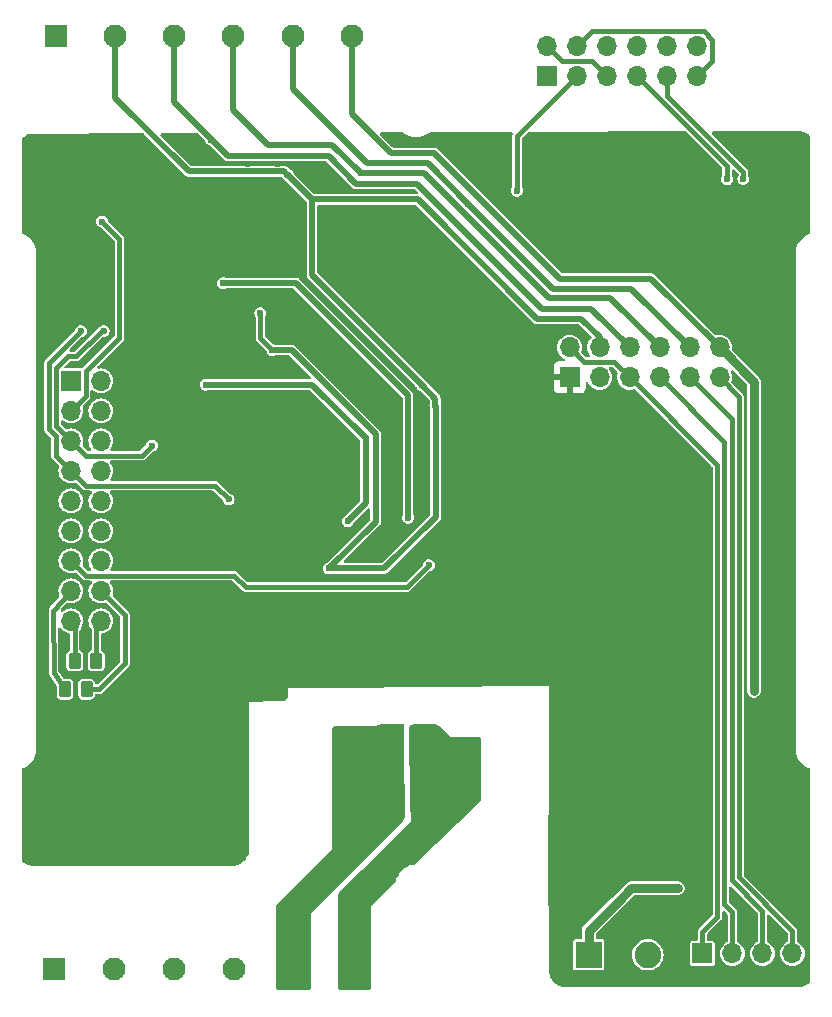
<source format=gbl>
G04 #@! TF.GenerationSoftware,KiCad,Pcbnew,8.0.8*
G04 #@! TF.CreationDate,2025-02-19T14:34:16-05:00*
G04 #@! TF.ProjectId,afe_230v_16a,6166655f-3233-4307-965f-3136612e6b69,rev?*
G04 #@! TF.SameCoordinates,Original*
G04 #@! TF.FileFunction,Copper,L2,Bot*
G04 #@! TF.FilePolarity,Positive*
%FSLAX46Y46*%
G04 Gerber Fmt 4.6, Leading zero omitted, Abs format (unit mm)*
G04 Created by KiCad (PCBNEW 8.0.8) date 2025-02-19 14:34:16*
%MOMM*%
%LPD*%
G01*
G04 APERTURE LIST*
G04 Aperture macros list*
%AMRoundRect*
0 Rectangle with rounded corners*
0 $1 Rounding radius*
0 $2 $3 $4 $5 $6 $7 $8 $9 X,Y pos of 4 corners*
0 Add a 4 corners polygon primitive as box body*
4,1,4,$2,$3,$4,$5,$6,$7,$8,$9,$2,$3,0*
0 Add four circle primitives for the rounded corners*
1,1,$1+$1,$2,$3*
1,1,$1+$1,$4,$5*
1,1,$1+$1,$6,$7*
1,1,$1+$1,$8,$9*
0 Add four rect primitives between the rounded corners*
20,1,$1+$1,$2,$3,$4,$5,0*
20,1,$1+$1,$4,$5,$6,$7,0*
20,1,$1+$1,$6,$7,$8,$9,0*
20,1,$1+$1,$8,$9,$2,$3,0*%
G04 Aperture macros list end*
G04 #@! TA.AperFunction,ComponentPad*
%ADD10R,1.950000X1.950000*%
G04 #@! TD*
G04 #@! TA.AperFunction,ComponentPad*
%ADD11C,1.950000*%
G04 #@! TD*
G04 #@! TA.AperFunction,ComponentPad*
%ADD12R,1.700000X1.700000*%
G04 #@! TD*
G04 #@! TA.AperFunction,ComponentPad*
%ADD13O,1.700000X1.700000*%
G04 #@! TD*
G04 #@! TA.AperFunction,ComponentPad*
%ADD14R,2.250000X2.250000*%
G04 #@! TD*
G04 #@! TA.AperFunction,ComponentPad*
%ADD15C,2.250000*%
G04 #@! TD*
G04 #@! TA.AperFunction,SMDPad,CuDef*
%ADD16RoundRect,0.250000X-0.262500X-0.450000X0.262500X-0.450000X0.262500X0.450000X-0.262500X0.450000X0*%
G04 #@! TD*
G04 #@! TA.AperFunction,ViaPad*
%ADD17C,0.600000*%
G04 #@! TD*
G04 #@! TA.AperFunction,Conductor*
%ADD18C,0.400000*%
G04 #@! TD*
G04 #@! TA.AperFunction,Conductor*
%ADD19C,0.750000*%
G04 #@! TD*
G04 #@! TA.AperFunction,Conductor*
%ADD20C,0.500000*%
G04 #@! TD*
G04 APERTURE END LIST*
D10*
X121340000Y-55265000D03*
D11*
X126340000Y-55265000D03*
X131340000Y-55265000D03*
X136340000Y-55265000D03*
X141340000Y-55265000D03*
X146340000Y-55265000D03*
D12*
X176040000Y-132970000D03*
D13*
X178580000Y-132970000D03*
X181120000Y-132970000D03*
X183660000Y-132970000D03*
D12*
X162920000Y-58675000D03*
D13*
X162920000Y-56135000D03*
X165460000Y-58675000D03*
X165460000Y-56135000D03*
X168000000Y-58675000D03*
X168000000Y-56135000D03*
X170540000Y-58675000D03*
X170540000Y-56135000D03*
X173080000Y-58675000D03*
X173080000Y-56135000D03*
X175620000Y-58675000D03*
X175620000Y-56135000D03*
D12*
X164800000Y-84190000D03*
D13*
X164800000Y-81650000D03*
X167340000Y-84190000D03*
X167340000Y-81650000D03*
X169880000Y-84190000D03*
X169880000Y-81650000D03*
X172420000Y-84190000D03*
X172420000Y-81650000D03*
X174960000Y-84190000D03*
X174960000Y-81650000D03*
X177500000Y-84190000D03*
X177500000Y-81650000D03*
D14*
X166420000Y-133080000D03*
D15*
X171420000Y-133080000D03*
D10*
X121145000Y-134290000D03*
D11*
X126225000Y-134290000D03*
X131305000Y-134290000D03*
X136385000Y-134290000D03*
X141465000Y-134290000D03*
X146545000Y-134290000D03*
D12*
X122580000Y-84490000D03*
D13*
X125120000Y-84490000D03*
X122580000Y-87030000D03*
X125120000Y-87030000D03*
X122580000Y-89570000D03*
X125120000Y-89570000D03*
X122580000Y-92110000D03*
X125120000Y-92110000D03*
X122580000Y-94650000D03*
X125120000Y-94650000D03*
X122580000Y-97190000D03*
X125120000Y-97190000D03*
X122580000Y-99730000D03*
X125120000Y-99730000D03*
X122580000Y-102270000D03*
X125120000Y-102270000D03*
X122580000Y-104810000D03*
X125120000Y-104810000D03*
D16*
X122075000Y-110590000D03*
X123900000Y-110590000D03*
X122895000Y-108180000D03*
X124720000Y-108180000D03*
D17*
X119990000Y-91632148D03*
X167970000Y-72584290D03*
X182850000Y-112357142D03*
X182850000Y-107292858D03*
X183180000Y-87367852D03*
X140092142Y-66100000D03*
X167970000Y-70052148D03*
X162630000Y-70072148D03*
X119560000Y-124084290D03*
X183980000Y-65177852D03*
X119560000Y-119020000D03*
X165460000Y-67540000D03*
X119540000Y-67850000D03*
X165460000Y-72604290D03*
X120140000Y-100200000D03*
X183640000Y-80487858D03*
X170510000Y-67520000D03*
X173080000Y-72570000D03*
X183290000Y-77232142D03*
X119990000Y-84035716D03*
X137560000Y-66100000D03*
X182850000Y-109825000D03*
X154750000Y-80052148D03*
X182850000Y-114889290D03*
X176070000Y-72572142D03*
X162390000Y-84712148D03*
X182850000Y-97164290D03*
X173080000Y-67505710D03*
X120140000Y-110328568D03*
X162390000Y-83710000D03*
X119990000Y-81503574D03*
X154750000Y-77520000D03*
X183980000Y-70242142D03*
X162630000Y-72604290D03*
X173080000Y-70037858D03*
X119990000Y-89100000D03*
X182850000Y-99696432D03*
X167970000Y-67520000D03*
X183170000Y-89892852D03*
X176070000Y-67507852D03*
X165460000Y-70072148D03*
X183940000Y-119045710D03*
X134460000Y-65650000D03*
X183640000Y-83020000D03*
X176070000Y-70040000D03*
X123760000Y-74440000D03*
X182850000Y-104760716D03*
X120140000Y-102732142D03*
X162630000Y-67540000D03*
X154750000Y-82584290D03*
X119560000Y-121552148D03*
X182850000Y-102228574D03*
X183940000Y-124110000D03*
X119990000Y-86567858D03*
X183980000Y-67710000D03*
X165340000Y-86520000D03*
X124957680Y-74440000D03*
X120140000Y-112860710D03*
X164337852Y-86520000D03*
X119540000Y-65317852D03*
X120140000Y-97667858D03*
X183290000Y-74700000D03*
X120140000Y-105264284D03*
X119540000Y-70382142D03*
X120140000Y-115392858D03*
X170510000Y-72584290D03*
X183170000Y-92425000D03*
X120140000Y-107796426D03*
X183940000Y-121577858D03*
X170510000Y-70052148D03*
X129450000Y-89962500D03*
X125350000Y-80270000D03*
X135940000Y-94525000D03*
X123425000Y-80280000D03*
X173960000Y-127440000D03*
X154540000Y-115160000D03*
X156270000Y-118660000D03*
X156270000Y-120230000D03*
X154540000Y-115945000D03*
X154540000Y-116730000D03*
X156270000Y-119445000D03*
X147380000Y-115220000D03*
X147380000Y-114435000D03*
X145470000Y-119465000D03*
X145470000Y-120250000D03*
X145470000Y-118680000D03*
X147380000Y-116005000D03*
X156205000Y-69485000D03*
X125220000Y-71000000D03*
X134450000Y-64060000D03*
X147105000Y-66895000D03*
X180400000Y-110740000D03*
X139626818Y-81887500D03*
X152320000Y-84870000D03*
X142987500Y-69125000D03*
X138610000Y-78750000D03*
X144400000Y-100370000D03*
X153440000Y-86575000D03*
X140940000Y-67020000D03*
X152875000Y-100100000D03*
X134001818Y-84812500D03*
X146000000Y-96370000D03*
X147520000Y-89350000D03*
X151130000Y-96070000D03*
X135462500Y-76212500D03*
X160340000Y-68390000D03*
X179500000Y-67400000D03*
X178140000Y-67410000D03*
D18*
X122580000Y-102270000D02*
X121090000Y-103950000D01*
X121090000Y-103950000D02*
X121110000Y-109200000D01*
X121110000Y-109200000D02*
X122075000Y-110590000D01*
X123830000Y-90820000D02*
X122580000Y-89570000D01*
X121330000Y-83380000D02*
X122290000Y-82420000D01*
X121330000Y-88320000D02*
X121330000Y-83380000D01*
X123020000Y-82420000D02*
X125170000Y-80270000D01*
X122290000Y-82420000D02*
X123020000Y-82420000D01*
X122580000Y-89570000D02*
X121330000Y-88320000D01*
X128592500Y-90820000D02*
X123830000Y-90820000D01*
X125170000Y-80270000D02*
X125350000Y-80270000D01*
X129450000Y-89962500D02*
X128592500Y-90820000D01*
X135940000Y-94525000D02*
X134775000Y-93360000D01*
X121330000Y-89168528D02*
X120730000Y-88568528D01*
X122580000Y-92110000D02*
X121330000Y-90860000D01*
X123830000Y-93360000D02*
X122580000Y-92110000D01*
X120730000Y-88568528D02*
X120730000Y-82975000D01*
X120730000Y-82975000D02*
X123425000Y-80280000D01*
X121330000Y-90860000D02*
X121330000Y-89168528D01*
X134775000Y-93360000D02*
X123830000Y-93360000D01*
D19*
X166420000Y-133080000D02*
X166420000Y-131040000D01*
X170020000Y-127440000D02*
X173960000Y-127440000D01*
X168870000Y-128590000D02*
X170020000Y-127440000D01*
X166420000Y-131040000D02*
X168870000Y-128590000D01*
D20*
X163410000Y-76690000D02*
X170000000Y-76690000D01*
X156205000Y-69485000D02*
X152770000Y-66050000D01*
X163410000Y-76690000D02*
X156205000Y-69485000D01*
X147620000Y-66050000D02*
X141340000Y-59770000D01*
X170000000Y-76690000D02*
X174960000Y-81650000D01*
X152770000Y-66050000D02*
X147620000Y-66050000D01*
X141340000Y-59770000D02*
X141340000Y-55265000D01*
D18*
X177310000Y-91620000D02*
X169880000Y-84190000D01*
X164800000Y-81650000D02*
X166050000Y-82900000D01*
X166710000Y-57385000D02*
X168000000Y-58675000D01*
X125220000Y-71010000D02*
X125220000Y-71000000D01*
X126670000Y-80840000D02*
X126670000Y-72460000D01*
X177310000Y-129860000D02*
X177310000Y-91620000D01*
X162920000Y-56135000D02*
X164170000Y-57385000D01*
X122580000Y-87030000D02*
X123830000Y-85780000D01*
X176040000Y-132970000D02*
X176040000Y-131130000D01*
X126670000Y-72460000D02*
X125220000Y-71010000D01*
X166050000Y-82900000D02*
X168590000Y-82900000D01*
X176040000Y-131130000D02*
X177310000Y-129860000D01*
X123830000Y-83680000D02*
X126670000Y-80840000D01*
X164170000Y-57385000D02*
X166710000Y-57385000D01*
X168590000Y-82900000D02*
X169880000Y-84190000D01*
X123830000Y-85780000D02*
X123830000Y-83680000D01*
D20*
X135890000Y-65460000D02*
X131340000Y-60910000D01*
X151890000Y-67800000D02*
X146740000Y-67800000D01*
X162480000Y-78390000D02*
X166620000Y-78390000D01*
X131340000Y-60910000D02*
X131340000Y-55265000D01*
X166620000Y-78390000D02*
X169880000Y-81650000D01*
X144400000Y-65460000D02*
X135890000Y-65460000D01*
X146740000Y-67800000D02*
X144400000Y-65460000D01*
X162480000Y-78390000D02*
X151890000Y-67800000D01*
X144690000Y-64480000D02*
X139280000Y-64480000D01*
X163020000Y-77480000D02*
X152435000Y-66895000D01*
X139280000Y-64480000D02*
X136340000Y-61540000D01*
X147105000Y-66895000D02*
X144690000Y-64480000D01*
X163020000Y-77480000D02*
X168250000Y-77480000D01*
X152435000Y-66895000D02*
X147105000Y-66895000D01*
X136340000Y-61540000D02*
X136340000Y-55265000D01*
X168250000Y-77480000D02*
X172420000Y-81650000D01*
X149650000Y-65200000D02*
X146340000Y-61890000D01*
X171690000Y-75840000D02*
X177500000Y-81650000D01*
D19*
X180400000Y-110740000D02*
X180400000Y-84550000D01*
D20*
X163980000Y-75840000D02*
X171690000Y-75840000D01*
X163980000Y-75840000D02*
X153340000Y-65200000D01*
D19*
X180400000Y-84550000D02*
X177500000Y-81650000D01*
D20*
X146340000Y-61890000D02*
X146340000Y-55265000D01*
X153340000Y-65200000D02*
X149650000Y-65200000D01*
X140622500Y-66760000D02*
X140882500Y-67020000D01*
X142987500Y-75537500D02*
X142987500Y-69125000D01*
X162060000Y-79240000D02*
X151945000Y-69125000D01*
X152320000Y-84870000D02*
X142987500Y-75537500D01*
X126340000Y-55265000D02*
X126340000Y-60510661D01*
D18*
X138610000Y-78750000D02*
X138610000Y-80870682D01*
D20*
X153460000Y-86640000D02*
X153395000Y-86575000D01*
X153460000Y-96010000D02*
X153460000Y-86640000D01*
D18*
X179130000Y-85820000D02*
X177500000Y-84190000D01*
D20*
X149100000Y-100370000D02*
X153460000Y-96010000D01*
X153440000Y-86575000D02*
X153440000Y-85990000D01*
D18*
X176870000Y-55617233D02*
X176870000Y-57425000D01*
D20*
X141259582Y-81887500D02*
X148370000Y-88997918D01*
X126340000Y-60510661D02*
X132589339Y-66760000D01*
D18*
X176137767Y-54885000D02*
X176870000Y-55617233D01*
X165460000Y-56135000D02*
X166710000Y-54885000D01*
D20*
X148370000Y-96400000D02*
X144400000Y-100370000D01*
X165800000Y-79240000D02*
X167340000Y-80780000D01*
X151945000Y-69125000D02*
X142987500Y-69125000D01*
D18*
X179130000Y-126530000D02*
X179130000Y-85820000D01*
D20*
X148370000Y-88997918D02*
X148370000Y-96400000D01*
X140882500Y-67020000D02*
X140940000Y-67020000D01*
D18*
X176870000Y-57425000D02*
X175620000Y-58675000D01*
D20*
X132589339Y-66760000D02*
X140622500Y-66760000D01*
D18*
X183660000Y-132970000D02*
X183660000Y-131060000D01*
D20*
X167340000Y-80780000D02*
X167340000Y-81650000D01*
X144400000Y-100370000D02*
X149100000Y-100370000D01*
X153440000Y-85990000D02*
X152320000Y-84870000D01*
D18*
X183660000Y-131060000D02*
X179130000Y-126530000D01*
D20*
X165800000Y-79240000D02*
X162060000Y-79240000D01*
D18*
X166710000Y-54885000D02*
X176137767Y-54885000D01*
D20*
X140940000Y-67020000D02*
X140940000Y-67077500D01*
X139626818Y-81887500D02*
X141259582Y-81887500D01*
D18*
X138610000Y-80870682D02*
X139626818Y-81887500D01*
D20*
X140940000Y-67077500D02*
X142987500Y-69125000D01*
D18*
X137370000Y-101940000D02*
X136410000Y-100980000D01*
X123830000Y-100980000D02*
X122580000Y-99730000D01*
X152875000Y-100100000D02*
X151035000Y-101940000D01*
X136410000Y-100980000D02*
X123830000Y-100980000D01*
X151035000Y-101940000D02*
X137370000Y-101940000D01*
X122895000Y-108180000D02*
X122895000Y-105125000D01*
X122895000Y-105125000D02*
X122580000Y-104810000D01*
D20*
X147520000Y-89350000D02*
X142982500Y-84812500D01*
X147520000Y-94850000D02*
X147520000Y-89350000D01*
X142982500Y-84812500D02*
X134001818Y-84812500D01*
X146000000Y-96370000D02*
X147520000Y-94850000D01*
X141652500Y-76212500D02*
X135462500Y-76212500D01*
X151130000Y-96070000D02*
X151130000Y-85690000D01*
X151130000Y-85690000D02*
X141652500Y-76212500D01*
D18*
X127140000Y-104290000D02*
X125120000Y-102270000D01*
X124960000Y-110590000D02*
X127140000Y-108410000D01*
X127140000Y-108410000D02*
X127140000Y-104290000D01*
X123900000Y-110590000D02*
X124960000Y-110590000D01*
X124720000Y-105210000D02*
X125120000Y-104810000D01*
X124720000Y-108180000D02*
X124720000Y-105210000D01*
X160340000Y-63795000D02*
X160340000Y-68390000D01*
X165460000Y-58675000D02*
X160340000Y-63795000D01*
X179500000Y-66786472D02*
X179500000Y-67400000D01*
X181120000Y-132970000D02*
X181120000Y-129368528D01*
X178510000Y-126758528D02*
X178510000Y-87740000D01*
X181120000Y-129368528D02*
X178510000Y-126758528D01*
X178510000Y-87740000D02*
X174960000Y-84190000D01*
X180670000Y-132520000D02*
X181120000Y-132970000D01*
X173080000Y-58675000D02*
X173080000Y-60366472D01*
X173080000Y-60366472D02*
X179500000Y-66786472D01*
X172420000Y-84190000D02*
X177910000Y-89680000D01*
X170540000Y-58675000D02*
X178140000Y-66275000D01*
X178140000Y-66275000D02*
X178140000Y-67410000D01*
X177910000Y-128820000D02*
X178580000Y-129490000D01*
X178580000Y-129490000D02*
X178580000Y-132970000D01*
X177910000Y-89680000D02*
X177910000Y-128820000D01*
G04 #@! TA.AperFunction,Conductor*
G36*
X150659147Y-113509439D02*
G01*
X150697546Y-113525344D01*
X150751950Y-113569184D01*
X150764655Y-113592452D01*
X150780561Y-113630852D01*
X150790000Y-113678305D01*
X150790000Y-115620000D01*
X150792092Y-115819919D01*
X150792093Y-115819971D01*
X150850445Y-121392208D01*
X150841260Y-121440358D01*
X150720826Y-121735471D01*
X150693699Y-121776300D01*
X143061421Y-129408578D01*
X143061420Y-129408579D01*
X142920000Y-129550000D01*
X142920000Y-129749998D01*
X142920000Y-135839448D01*
X142900315Y-135906487D01*
X142883506Y-135927304D01*
X142756495Y-136053810D01*
X142695106Y-136087172D01*
X142668495Y-136089953D01*
X141033481Y-136083439D01*
X140181211Y-136080044D01*
X140114255Y-136060094D01*
X140093853Y-136043552D01*
X139966144Y-135915332D01*
X139932781Y-135853942D01*
X139930000Y-135827826D01*
X139930000Y-129084665D01*
X139939439Y-129037213D01*
X140061982Y-128741366D01*
X140088859Y-128701140D01*
X144498579Y-124291421D01*
X144640000Y-124150000D01*
X144640000Y-113991362D01*
X144659685Y-113924323D01*
X144676319Y-113903681D01*
X144803681Y-113776319D01*
X144865004Y-113742834D01*
X144891362Y-113740000D01*
X148270292Y-113740000D01*
X148270294Y-113740000D01*
X148440000Y-113740000D01*
X148560000Y-113620000D01*
X148826918Y-113509438D01*
X148874371Y-113500000D01*
X150611695Y-113500000D01*
X150659147Y-113509439D01*
G37*
G04 #@! TD.AperFunction*
G04 #@! TA.AperFunction,Conductor*
G36*
X153432787Y-113559438D02*
G01*
X153728635Y-113681982D01*
X153768862Y-113708862D01*
X154720000Y-114660000D01*
X157146000Y-114660000D01*
X157213039Y-114679685D01*
X157258794Y-114732489D01*
X157270000Y-114784000D01*
X157270000Y-119886226D01*
X157259959Y-119935106D01*
X157135129Y-120226137D01*
X157106635Y-120267100D01*
X151684140Y-125425313D01*
X151621999Y-125457257D01*
X151607943Y-125459123D01*
X151545850Y-125463776D01*
X151545847Y-125463777D01*
X151297371Y-125520489D01*
X151297362Y-125520492D01*
X151060109Y-125613608D01*
X150839388Y-125741041D01*
X150640123Y-125899950D01*
X150640121Y-125899952D01*
X150466768Y-126086782D01*
X150323191Y-126297372D01*
X150323190Y-126297373D01*
X150212612Y-126526992D01*
X150137488Y-126770536D01*
X150121646Y-126875634D01*
X150092188Y-126938990D01*
X150084496Y-126946994D01*
X148134910Y-128801562D01*
X148134909Y-128801563D01*
X147990000Y-128939410D01*
X147990000Y-129139410D01*
X147990000Y-129139411D01*
X147990000Y-135847595D01*
X147970315Y-135914634D01*
X147953541Y-135935416D01*
X147826459Y-136062092D01*
X147765082Y-136095479D01*
X147738526Y-136098269D01*
X147258746Y-136096737D01*
X145401245Y-136090802D01*
X145334269Y-136070904D01*
X145313820Y-136054344D01*
X145186179Y-135926294D01*
X145152792Y-135864917D01*
X145150000Y-135838753D01*
X145150000Y-128188515D01*
X145159457Y-128141018D01*
X145282074Y-127845314D01*
X145309000Y-127805068D01*
X147217036Y-125899950D01*
X151186935Y-121936123D01*
X151186934Y-121936123D01*
X151328467Y-121794808D01*
X151299717Y-120249545D01*
X151183178Y-113985704D01*
X151192158Y-113937022D01*
X151280307Y-113718486D01*
X151323639Y-113663679D01*
X151347847Y-113650313D01*
X151476586Y-113596988D01*
X151567240Y-113559439D01*
X151614692Y-113550000D01*
X153385335Y-113550000D01*
X153432787Y-113559438D01*
G37*
G04 #@! TD.AperFunction*
G04 #@! TA.AperFunction,Conductor*
G36*
X184149888Y-63334701D02*
G01*
X184210106Y-63339249D01*
X184370486Y-63351364D01*
X184389741Y-63354355D01*
X184591777Y-63402257D01*
X184600221Y-63404259D01*
X184618782Y-63410235D01*
X184818837Y-63492519D01*
X184836231Y-63501331D01*
X185020915Y-63613959D01*
X185036711Y-63625388D01*
X185105859Y-63684228D01*
X185144159Y-63742663D01*
X185149500Y-63778664D01*
X185149500Y-71931844D01*
X185129815Y-71998883D01*
X185077011Y-72044638D01*
X185060441Y-72050819D01*
X185054229Y-72052643D01*
X185054218Y-72052647D01*
X184832955Y-72153693D01*
X184832950Y-72153696D01*
X184628325Y-72285201D01*
X184444492Y-72444492D01*
X184285201Y-72628325D01*
X184153696Y-72832950D01*
X184153693Y-72832955D01*
X184052647Y-73054218D01*
X183984118Y-73287603D01*
X183984116Y-73287613D01*
X183949500Y-73528379D01*
X183949500Y-115771620D01*
X183984116Y-116012386D01*
X183984118Y-116012396D01*
X184052647Y-116245781D01*
X184153693Y-116467044D01*
X184153696Y-116467049D01*
X184285201Y-116671674D01*
X184444492Y-116855507D01*
X184615140Y-117003373D01*
X184628325Y-117014798D01*
X184832955Y-117146306D01*
X185054218Y-117247353D01*
X185054225Y-117247355D01*
X185060423Y-117249175D01*
X185119205Y-117286943D01*
X185148236Y-117350496D01*
X185149500Y-117368155D01*
X185149500Y-135356885D01*
X185129815Y-135423924D01*
X185106140Y-135451082D01*
X185040604Y-135507186D01*
X185024898Y-135518628D01*
X184841250Y-135631512D01*
X184823949Y-135640359D01*
X184624915Y-135723168D01*
X184606445Y-135729204D01*
X184436826Y-135770247D01*
X184396918Y-135779903D01*
X184377732Y-135782979D01*
X184157999Y-135800712D01*
X184148284Y-135801114D01*
X165989417Y-135839182D01*
X164537781Y-135842225D01*
X164528086Y-135841866D01*
X164308680Y-135825115D01*
X164289515Y-135822131D01*
X164080126Y-135772489D01*
X164061660Y-135766551D01*
X163862590Y-135684869D01*
X163845276Y-135676125D01*
X163661372Y-135564394D01*
X163645634Y-135553057D01*
X163604968Y-135518628D01*
X163481408Y-135414017D01*
X163467630Y-135400365D01*
X163327093Y-135237410D01*
X163315613Y-135221775D01*
X163202209Y-135038900D01*
X163193307Y-135021668D01*
X163176291Y-134981252D01*
X163109803Y-134823332D01*
X163103704Y-134804940D01*
X163052155Y-134596020D01*
X163048995Y-134576883D01*
X163045451Y-134535448D01*
X163030239Y-134357603D01*
X163029793Y-134347951D01*
X163012828Y-131935247D01*
X165094500Y-131935247D01*
X165094500Y-134224752D01*
X165106131Y-134283229D01*
X165106132Y-134283230D01*
X165150447Y-134349552D01*
X165216769Y-134393867D01*
X165216770Y-134393868D01*
X165275247Y-134405499D01*
X165275250Y-134405500D01*
X165275252Y-134405500D01*
X167564750Y-134405500D01*
X167564751Y-134405499D01*
X167579568Y-134402552D01*
X167623229Y-134393868D01*
X167623229Y-134393867D01*
X167623231Y-134393867D01*
X167689552Y-134349552D01*
X167733867Y-134283231D01*
X167733867Y-134283229D01*
X167733868Y-134283229D01*
X167745499Y-134224752D01*
X167745500Y-134224750D01*
X167745500Y-133079998D01*
X170089437Y-133079998D01*
X170089437Y-133080001D01*
X170109650Y-133311044D01*
X170109651Y-133311051D01*
X170169678Y-133535074D01*
X170169679Y-133535076D01*
X170169680Y-133535079D01*
X170267699Y-133745282D01*
X170400730Y-133935269D01*
X170564731Y-134099270D01*
X170754718Y-134232301D01*
X170964921Y-134330320D01*
X171188950Y-134390349D01*
X171353985Y-134404787D01*
X171419998Y-134410563D01*
X171420000Y-134410563D01*
X171420002Y-134410563D01*
X171477883Y-134405499D01*
X171651050Y-134390349D01*
X171875079Y-134330320D01*
X172085282Y-134232301D01*
X172275269Y-134099270D01*
X172439270Y-133935269D01*
X172572301Y-133745282D01*
X172670320Y-133535079D01*
X172730349Y-133311050D01*
X172750563Y-133080000D01*
X172730349Y-132848950D01*
X172670320Y-132624921D01*
X172572301Y-132414719D01*
X172572299Y-132414716D01*
X172572298Y-132414714D01*
X172439273Y-132224735D01*
X172439268Y-132224729D01*
X172275269Y-132060730D01*
X172248190Y-132041769D01*
X172085282Y-131927699D01*
X171875079Y-131829680D01*
X171875076Y-131829679D01*
X171875074Y-131829678D01*
X171651051Y-131769651D01*
X171651044Y-131769650D01*
X171420002Y-131749437D01*
X171419998Y-131749437D01*
X171188955Y-131769650D01*
X171188948Y-131769651D01*
X170964917Y-131829681D01*
X170754718Y-131927699D01*
X170754714Y-131927701D01*
X170564735Y-132060726D01*
X170564729Y-132060731D01*
X170400731Y-132224729D01*
X170400726Y-132224735D01*
X170267701Y-132414714D01*
X170267699Y-132414718D01*
X170169681Y-132624917D01*
X170109651Y-132848948D01*
X170109650Y-132848955D01*
X170089437Y-133079998D01*
X167745500Y-133079998D01*
X167745500Y-131935249D01*
X167745499Y-131935247D01*
X167733868Y-131876770D01*
X167733867Y-131876769D01*
X167689552Y-131810447D01*
X167623230Y-131766132D01*
X167623229Y-131766131D01*
X167564752Y-131754500D01*
X167564748Y-131754500D01*
X167119500Y-131754500D01*
X167052461Y-131734815D01*
X167006706Y-131682011D01*
X166995500Y-131630500D01*
X166995500Y-131329740D01*
X167015185Y-131262701D01*
X167031814Y-131242064D01*
X169213155Y-129060722D01*
X169213160Y-129060719D01*
X169223363Y-129050515D01*
X169223365Y-129050515D01*
X170222061Y-128051819D01*
X170283384Y-128018334D01*
X170309742Y-128015500D01*
X174035764Y-128015500D01*
X174035766Y-128015500D01*
X174182135Y-127976281D01*
X174313365Y-127900515D01*
X174420515Y-127793365D01*
X174496281Y-127662135D01*
X174535500Y-127515766D01*
X174535500Y-127364234D01*
X174496281Y-127217865D01*
X174420515Y-127086635D01*
X174313365Y-126979485D01*
X174244109Y-126939500D01*
X174182136Y-126903719D01*
X174108950Y-126884109D01*
X174035766Y-126864500D01*
X169944234Y-126864500D01*
X169797864Y-126903719D01*
X169766878Y-126921609D01*
X169735891Y-126939500D01*
X169666638Y-126979483D01*
X169666632Y-126979487D01*
X168409483Y-128236637D01*
X166049194Y-130596925D01*
X166049193Y-130596925D01*
X166049194Y-130596926D01*
X165959485Y-130686635D01*
X165883719Y-130817863D01*
X165844500Y-130964234D01*
X165844500Y-131630500D01*
X165824815Y-131697539D01*
X165772011Y-131743294D01*
X165720500Y-131754500D01*
X165275247Y-131754500D01*
X165216770Y-131766131D01*
X165216769Y-131766132D01*
X165150447Y-131810447D01*
X165106132Y-131876769D01*
X165106131Y-131876770D01*
X165094500Y-131935247D01*
X163012828Y-131935247D01*
X162970578Y-125926764D01*
X162989791Y-125859590D01*
X162997605Y-125849843D01*
X163005658Y-125849872D01*
X163014504Y-116687253D01*
X163019172Y-111852756D01*
X163019171Y-111852754D01*
X163020632Y-110340412D01*
X161508328Y-110351347D01*
X161508327Y-110351347D01*
X144842974Y-110471850D01*
X141509902Y-110495951D01*
X141509900Y-110495951D01*
X140950000Y-110500000D01*
X140952097Y-111059918D01*
X140946608Y-111102921D01*
X140935637Y-111188867D01*
X140927401Y-111220119D01*
X140884350Y-111325346D01*
X140868316Y-111353412D01*
X140799529Y-111443941D01*
X140776787Y-111466908D01*
X140686941Y-111536585D01*
X140659037Y-111552895D01*
X140554240Y-111596984D01*
X140523067Y-111605528D01*
X140402328Y-111622152D01*
X140386175Y-111623309D01*
X140088753Y-111625131D01*
X139919698Y-111626167D01*
X137690000Y-111639828D01*
X137690000Y-113130666D01*
X137690000Y-113130672D01*
X137690000Y-124050124D01*
X137689618Y-124059853D01*
X137672298Y-124279924D01*
X137669254Y-124299142D01*
X137618863Y-124509035D01*
X137612850Y-124527541D01*
X137530243Y-124726971D01*
X137521409Y-124744308D01*
X137408624Y-124928355D01*
X137397187Y-124944096D01*
X137256997Y-125108238D01*
X137243238Y-125121997D01*
X137079096Y-125262187D01*
X137063355Y-125273624D01*
X136879308Y-125386409D01*
X136861971Y-125395243D01*
X136662541Y-125477850D01*
X136644035Y-125483863D01*
X136434142Y-125534254D01*
X136414924Y-125537298D01*
X136194854Y-125554618D01*
X136185125Y-125555000D01*
X119454875Y-125555000D01*
X119445146Y-125554618D01*
X119225075Y-125537298D01*
X119205857Y-125534254D01*
X118995964Y-125483863D01*
X118977458Y-125477850D01*
X118778028Y-125395243D01*
X118760691Y-125386409D01*
X118576644Y-125273624D01*
X118560902Y-125262187D01*
X118493968Y-125205020D01*
X118455775Y-125146513D01*
X118450500Y-125110730D01*
X118450500Y-117368155D01*
X118470185Y-117301116D01*
X118522989Y-117255361D01*
X118539577Y-117249175D01*
X118540592Y-117248876D01*
X118545782Y-117247353D01*
X118767045Y-117146306D01*
X118971675Y-117014798D01*
X119155507Y-116855507D01*
X119314798Y-116671675D01*
X119446306Y-116467045D01*
X119547353Y-116245782D01*
X119615883Y-116012391D01*
X119650500Y-115771622D01*
X119650500Y-115650000D01*
X119650500Y-115584108D01*
X119650500Y-103921331D01*
X120687062Y-103921331D01*
X120689337Y-103959296D01*
X120689558Y-103966241D01*
X120709319Y-109153568D01*
X120707352Y-109176046D01*
X120706502Y-109180758D01*
X120706502Y-109180760D01*
X120709153Y-109212547D01*
X120709581Y-109222376D01*
X120709703Y-109254251D01*
X120709704Y-109254254D01*
X120710958Y-109258865D01*
X120714874Y-109281082D01*
X120715272Y-109285848D01*
X120726057Y-109315857D01*
X120729015Y-109325243D01*
X120737383Y-109356003D01*
X120737384Y-109356005D01*
X120737385Y-109356008D01*
X120739789Y-109360135D01*
X120749326Y-109380593D01*
X120750942Y-109385089D01*
X120769123Y-109411277D01*
X120774404Y-109419568D01*
X120790459Y-109447132D01*
X120790460Y-109447133D01*
X120790461Y-109447134D01*
X120793845Y-109450492D01*
X120808359Y-109467793D01*
X121339859Y-110233372D01*
X121361921Y-110299666D01*
X121362000Y-110304086D01*
X121362000Y-111094269D01*
X121364853Y-111124699D01*
X121364853Y-111124701D01*
X121409706Y-111252880D01*
X121409707Y-111252882D01*
X121490350Y-111362150D01*
X121599618Y-111442793D01*
X121642345Y-111457744D01*
X121727799Y-111487646D01*
X121758230Y-111490500D01*
X121758234Y-111490500D01*
X122391770Y-111490500D01*
X122422199Y-111487646D01*
X122422201Y-111487646D01*
X122486290Y-111465219D01*
X122550382Y-111442793D01*
X122659650Y-111362150D01*
X122740293Y-111252882D01*
X122762719Y-111188790D01*
X122785146Y-111124701D01*
X122785146Y-111124699D01*
X122788000Y-111094269D01*
X122788000Y-110085730D01*
X122785146Y-110055300D01*
X122785146Y-110055298D01*
X122740293Y-109927119D01*
X122740292Y-109927117D01*
X122659650Y-109817850D01*
X122550382Y-109737207D01*
X122550380Y-109737206D01*
X122422200Y-109692353D01*
X122391770Y-109689500D01*
X122391766Y-109689500D01*
X122002253Y-109689500D01*
X121935214Y-109669815D01*
X121900394Y-109636215D01*
X121532015Y-109105596D01*
X121509953Y-109039301D01*
X121509875Y-109035353D01*
X121509142Y-108842880D01*
X121496378Y-105492541D01*
X121515807Y-105425430D01*
X121568436Y-105379475D01*
X121637556Y-105369268D01*
X121701222Y-105398050D01*
X121716230Y-105413407D01*
X121804130Y-105520513D01*
X121833590Y-105556410D01*
X121993550Y-105687685D01*
X122176046Y-105785232D01*
X122374066Y-105845300D01*
X122382650Y-105846145D01*
X122447435Y-105872301D01*
X122487798Y-105929333D01*
X122494500Y-105969548D01*
X122494500Y-107213022D01*
X122474815Y-107280061D01*
X122427073Y-107321428D01*
X122427833Y-107322865D01*
X122419620Y-107327205D01*
X122310350Y-107407850D01*
X122229707Y-107517117D01*
X122229706Y-107517119D01*
X122184853Y-107645298D01*
X122184853Y-107645300D01*
X122182000Y-107675730D01*
X122182000Y-108684269D01*
X122184853Y-108714699D01*
X122184853Y-108714701D01*
X122229706Y-108842880D01*
X122229707Y-108842882D01*
X122310350Y-108952150D01*
X122419618Y-109032793D01*
X122438217Y-109039301D01*
X122547799Y-109077646D01*
X122578230Y-109080500D01*
X122578234Y-109080500D01*
X123211770Y-109080500D01*
X123242199Y-109077646D01*
X123242201Y-109077646D01*
X123306290Y-109055219D01*
X123370382Y-109032793D01*
X123479650Y-108952150D01*
X123560293Y-108842882D01*
X123596051Y-108740692D01*
X123605146Y-108714701D01*
X123605146Y-108714699D01*
X123608000Y-108684269D01*
X123608000Y-107675730D01*
X124007000Y-107675730D01*
X124007000Y-108684269D01*
X124009853Y-108714699D01*
X124009853Y-108714701D01*
X124054706Y-108842880D01*
X124054707Y-108842882D01*
X124135350Y-108952150D01*
X124244618Y-109032793D01*
X124263217Y-109039301D01*
X124372799Y-109077646D01*
X124403230Y-109080500D01*
X124403234Y-109080500D01*
X125036770Y-109080500D01*
X125067199Y-109077646D01*
X125067201Y-109077646D01*
X125131290Y-109055219D01*
X125195382Y-109032793D01*
X125304650Y-108952150D01*
X125385293Y-108842882D01*
X125421051Y-108740692D01*
X125430146Y-108714701D01*
X125430146Y-108714699D01*
X125433000Y-108684269D01*
X125433000Y-107675730D01*
X125430146Y-107645300D01*
X125430146Y-107645298D01*
X125385293Y-107517119D01*
X125385292Y-107517117D01*
X125304650Y-107407850D01*
X125195382Y-107327207D01*
X125195381Y-107327206D01*
X125195379Y-107327205D01*
X125187167Y-107322865D01*
X125188907Y-107319572D01*
X125146741Y-107289306D01*
X125121018Y-107224344D01*
X125120500Y-107213022D01*
X125120500Y-105977920D01*
X125140185Y-105910881D01*
X125192989Y-105865126D01*
X125232345Y-105854517D01*
X125325934Y-105845300D01*
X125523954Y-105785232D01*
X125706450Y-105687685D01*
X125866410Y-105556410D01*
X125997685Y-105396450D01*
X126095232Y-105213954D01*
X126155300Y-105015934D01*
X126175583Y-104810000D01*
X126155300Y-104604066D01*
X126095232Y-104406046D01*
X125997685Y-104223550D01*
X125925351Y-104135410D01*
X125866410Y-104063589D01*
X125706452Y-103932317D01*
X125706453Y-103932317D01*
X125706450Y-103932315D01*
X125523954Y-103834768D01*
X125325934Y-103774700D01*
X125325932Y-103774699D01*
X125325934Y-103774699D01*
X125120000Y-103754417D01*
X124914067Y-103774699D01*
X124716043Y-103834769D01*
X124665048Y-103862027D01*
X124533550Y-103932315D01*
X124533548Y-103932316D01*
X124533547Y-103932317D01*
X124373589Y-104063589D01*
X124242317Y-104223547D01*
X124144769Y-104406043D01*
X124084699Y-104604067D01*
X124064417Y-104810000D01*
X124084699Y-105015932D01*
X124144769Y-105213956D01*
X124242317Y-105396453D01*
X124291353Y-105456203D01*
X124318666Y-105520513D01*
X124319500Y-105534868D01*
X124319500Y-107213022D01*
X124299815Y-107280061D01*
X124252073Y-107321428D01*
X124252833Y-107322865D01*
X124244620Y-107327205D01*
X124135350Y-107407850D01*
X124054707Y-107517117D01*
X124054706Y-107517119D01*
X124009853Y-107645298D01*
X124009853Y-107645300D01*
X124007000Y-107675730D01*
X123608000Y-107675730D01*
X123605146Y-107645300D01*
X123605146Y-107645298D01*
X123560293Y-107517119D01*
X123560292Y-107517117D01*
X123479650Y-107407850D01*
X123370382Y-107327207D01*
X123370381Y-107327206D01*
X123370379Y-107327205D01*
X123362167Y-107322865D01*
X123363907Y-107319572D01*
X123321741Y-107289306D01*
X123296018Y-107224344D01*
X123295500Y-107213022D01*
X123295500Y-105638442D01*
X123315185Y-105571403D01*
X123323647Y-105559777D01*
X123408647Y-105456203D01*
X123457685Y-105396450D01*
X123555232Y-105213954D01*
X123615300Y-105015934D01*
X123635583Y-104810000D01*
X123615300Y-104604066D01*
X123555232Y-104406046D01*
X123457685Y-104223550D01*
X123385351Y-104135410D01*
X123326410Y-104063589D01*
X123166452Y-103932317D01*
X123166453Y-103932317D01*
X123166450Y-103932315D01*
X122983954Y-103834768D01*
X122785934Y-103774700D01*
X122785932Y-103774699D01*
X122785934Y-103774699D01*
X122580000Y-103754417D01*
X122374067Y-103774699D01*
X122176043Y-103834769D01*
X122125048Y-103862027D01*
X121993550Y-103932315D01*
X121993548Y-103932316D01*
X121993547Y-103932317D01*
X121908586Y-104002042D01*
X121844276Y-104029354D01*
X121775409Y-104017563D01*
X121723849Y-103970410D01*
X121705966Y-103902868D01*
X121727439Y-103836379D01*
X121737152Y-103823910D01*
X121746689Y-103813157D01*
X122181899Y-103322449D01*
X122241109Y-103285356D01*
X122310663Y-103286066D01*
X122374066Y-103305300D01*
X122374065Y-103305300D01*
X122392529Y-103307118D01*
X122580000Y-103325583D01*
X122785934Y-103305300D01*
X122983954Y-103245232D01*
X123166450Y-103147685D01*
X123326410Y-103016410D01*
X123457685Y-102856450D01*
X123555232Y-102673954D01*
X123615300Y-102475934D01*
X123635583Y-102270000D01*
X123615300Y-102064066D01*
X123555232Y-101866046D01*
X123457685Y-101683550D01*
X123375302Y-101583165D01*
X123326410Y-101523589D01*
X123196308Y-101416819D01*
X123166450Y-101392315D01*
X122983954Y-101294768D01*
X122785934Y-101234700D01*
X122785932Y-101234699D01*
X122785934Y-101234699D01*
X122580000Y-101214417D01*
X122374067Y-101234699D01*
X122176043Y-101294769D01*
X122066717Y-101353206D01*
X121993550Y-101392315D01*
X121993548Y-101392316D01*
X121993547Y-101392317D01*
X121833589Y-101523589D01*
X121702317Y-101683547D01*
X121604769Y-101866043D01*
X121544699Y-102064067D01*
X121524417Y-102270000D01*
X121544699Y-102475932D01*
X121605439Y-102676166D01*
X121606062Y-102746033D01*
X121579548Y-102794439D01*
X120800119Y-103673256D01*
X120795368Y-103678320D01*
X120768587Y-103705307D01*
X120765463Y-103709411D01*
X120758247Y-103719464D01*
X120755379Y-103723704D01*
X120738364Y-103757726D01*
X120735084Y-103763850D01*
X120716205Y-103796837D01*
X120714262Y-103801579D01*
X120709893Y-103813157D01*
X120708211Y-103818022D01*
X120700585Y-103855269D01*
X120699003Y-103862027D01*
X120689302Y-103898794D01*
X120688642Y-103903956D01*
X120687430Y-103916156D01*
X120687062Y-103921331D01*
X119650500Y-103921331D01*
X119650500Y-99730000D01*
X121524417Y-99730000D01*
X121544699Y-99935932D01*
X121560450Y-99987856D01*
X121604768Y-100133954D01*
X121702315Y-100316450D01*
X121736969Y-100358677D01*
X121833589Y-100476410D01*
X121914951Y-100543181D01*
X121993550Y-100607685D01*
X122176046Y-100705232D01*
X122374066Y-100765300D01*
X122374065Y-100765300D01*
X122392529Y-100767118D01*
X122580000Y-100785583D01*
X122785934Y-100765300D01*
X122916581Y-100725668D01*
X122986447Y-100725046D01*
X123040256Y-100756649D01*
X123584087Y-101300480D01*
X123675412Y-101353207D01*
X123777273Y-101380500D01*
X124228845Y-101380500D01*
X124295884Y-101400185D01*
X124341639Y-101452989D01*
X124351583Y-101522147D01*
X124324698Y-101583165D01*
X124242317Y-101683546D01*
X124144769Y-101866043D01*
X124084699Y-102064067D01*
X124064417Y-102270000D01*
X124084699Y-102475932D01*
X124084700Y-102475934D01*
X124144768Y-102673954D01*
X124242315Y-102856450D01*
X124242317Y-102856452D01*
X124373589Y-103016410D01*
X124470209Y-103095702D01*
X124533550Y-103147685D01*
X124716046Y-103245232D01*
X124914066Y-103305300D01*
X124914065Y-103305300D01*
X124932529Y-103307118D01*
X125120000Y-103325583D01*
X125325934Y-103305300D01*
X125456581Y-103265668D01*
X125526447Y-103265046D01*
X125580256Y-103296649D01*
X126703181Y-104419574D01*
X126736666Y-104480897D01*
X126739500Y-104507255D01*
X126739500Y-108192745D01*
X126719815Y-108259784D01*
X126703181Y-108280426D01*
X124830426Y-110153181D01*
X124769103Y-110186666D01*
X124742745Y-110189500D01*
X124735647Y-110189500D01*
X124668608Y-110169815D01*
X124622853Y-110117011D01*
X124612189Y-110077079D01*
X124610146Y-110055300D01*
X124610146Y-110055298D01*
X124565293Y-109927119D01*
X124565292Y-109927117D01*
X124484650Y-109817850D01*
X124375382Y-109737207D01*
X124375380Y-109737206D01*
X124247200Y-109692353D01*
X124216770Y-109689500D01*
X124216766Y-109689500D01*
X123583234Y-109689500D01*
X123583230Y-109689500D01*
X123552800Y-109692353D01*
X123552798Y-109692353D01*
X123424619Y-109737206D01*
X123424617Y-109737207D01*
X123315350Y-109817850D01*
X123234707Y-109927117D01*
X123234706Y-109927119D01*
X123189853Y-110055298D01*
X123189853Y-110055300D01*
X123187000Y-110085730D01*
X123187000Y-111094269D01*
X123189853Y-111124699D01*
X123189853Y-111124701D01*
X123234706Y-111252880D01*
X123234707Y-111252882D01*
X123315350Y-111362150D01*
X123424618Y-111442793D01*
X123467345Y-111457744D01*
X123552799Y-111487646D01*
X123583230Y-111490500D01*
X123583234Y-111490500D01*
X124216770Y-111490500D01*
X124247199Y-111487646D01*
X124247201Y-111487646D01*
X124311290Y-111465219D01*
X124375382Y-111442793D01*
X124484650Y-111362150D01*
X124565293Y-111252882D01*
X124587719Y-111188790D01*
X124610146Y-111124701D01*
X124610146Y-111124699D01*
X124612189Y-111102921D01*
X124638047Y-111038013D01*
X124694893Y-110997388D01*
X124735647Y-110990500D01*
X125012725Y-110990500D01*
X125012727Y-110990500D01*
X125114588Y-110963207D01*
X125205913Y-110910480D01*
X127375703Y-108740687D01*
X127375708Y-108740684D01*
X127385911Y-108730480D01*
X127385913Y-108730480D01*
X127460480Y-108655913D01*
X127513207Y-108564587D01*
X127516256Y-108553207D01*
X127540501Y-108462727D01*
X127540501Y-108357273D01*
X127540501Y-108349678D01*
X127540500Y-108349660D01*
X127540500Y-104237275D01*
X127540500Y-104237273D01*
X127513207Y-104135413D01*
X127460480Y-104044087D01*
X127385913Y-103969520D01*
X126146649Y-102730256D01*
X126113164Y-102668933D01*
X126115669Y-102606580D01*
X126155300Y-102475934D01*
X126175583Y-102270000D01*
X126155300Y-102064066D01*
X126095232Y-101866046D01*
X125997685Y-101683550D01*
X125915302Y-101583165D01*
X125887989Y-101518855D01*
X125899780Y-101449987D01*
X125946933Y-101398427D01*
X126011155Y-101380500D01*
X136192745Y-101380500D01*
X136259784Y-101400185D01*
X136280426Y-101416819D01*
X137124087Y-102260480D01*
X137215412Y-102313207D01*
X137317273Y-102340500D01*
X137317275Y-102340500D01*
X151087725Y-102340500D01*
X151087727Y-102340500D01*
X151189588Y-102313207D01*
X151280913Y-102260480D01*
X152915992Y-100625400D01*
X152968737Y-100594106D01*
X153085050Y-100559954D01*
X153085050Y-100559953D01*
X153085053Y-100559953D01*
X153206128Y-100482143D01*
X153300377Y-100373373D01*
X153360165Y-100242457D01*
X153380647Y-100100000D01*
X153360165Y-99957543D01*
X153300377Y-99826627D01*
X153206128Y-99717857D01*
X153085053Y-99640047D01*
X153085051Y-99640046D01*
X153085049Y-99640045D01*
X153085050Y-99640045D01*
X152946963Y-99599500D01*
X152946961Y-99599500D01*
X152803039Y-99599500D01*
X152803036Y-99599500D01*
X152664949Y-99640045D01*
X152543873Y-99717856D01*
X152449623Y-99826626D01*
X152449622Y-99826628D01*
X152389835Y-99957541D01*
X152389834Y-99957545D01*
X152385426Y-99988204D01*
X152356400Y-100051759D01*
X152350369Y-100058236D01*
X150905426Y-101503181D01*
X150844103Y-101536666D01*
X150817745Y-101539500D01*
X137587255Y-101539500D01*
X137520216Y-101519815D01*
X137499574Y-101503181D01*
X136655915Y-100659522D01*
X136655913Y-100659520D01*
X136610250Y-100633156D01*
X136564589Y-100606793D01*
X136513657Y-100593146D01*
X136462727Y-100579500D01*
X136462726Y-100579500D01*
X126043982Y-100579500D01*
X125976943Y-100559815D01*
X125931188Y-100507011D01*
X125921244Y-100437853D01*
X125948129Y-100376835D01*
X125969095Y-100351286D01*
X125997685Y-100316450D01*
X126095232Y-100133954D01*
X126155300Y-99935934D01*
X126175583Y-99730000D01*
X126155300Y-99524066D01*
X126095232Y-99326046D01*
X125997685Y-99143550D01*
X125945702Y-99080209D01*
X125866410Y-98983589D01*
X125706452Y-98852317D01*
X125706453Y-98852317D01*
X125706450Y-98852315D01*
X125523954Y-98754768D01*
X125325934Y-98694700D01*
X125325932Y-98694699D01*
X125325934Y-98694699D01*
X125120000Y-98674417D01*
X124914067Y-98694699D01*
X124716043Y-98754769D01*
X124605898Y-98813643D01*
X124533550Y-98852315D01*
X124533548Y-98852316D01*
X124533547Y-98852317D01*
X124373589Y-98983589D01*
X124242317Y-99143547D01*
X124144769Y-99326043D01*
X124084699Y-99524067D01*
X124064417Y-99730000D01*
X124084699Y-99935932D01*
X124100450Y-99987856D01*
X124134468Y-100100000D01*
X124144769Y-100133956D01*
X124242317Y-100316453D01*
X124291871Y-100376835D01*
X124319184Y-100441145D01*
X124307393Y-100510013D01*
X124260240Y-100561573D01*
X124196018Y-100579500D01*
X124047255Y-100579500D01*
X123980216Y-100559815D01*
X123959574Y-100543181D01*
X123606649Y-100190256D01*
X123573164Y-100128933D01*
X123575669Y-100066580D01*
X123615300Y-99935934D01*
X123635583Y-99730000D01*
X123615300Y-99524066D01*
X123555232Y-99326046D01*
X123457685Y-99143550D01*
X123405702Y-99080209D01*
X123326410Y-98983589D01*
X123166452Y-98852317D01*
X123166453Y-98852317D01*
X123166450Y-98852315D01*
X122983954Y-98754768D01*
X122785934Y-98694700D01*
X122785932Y-98694699D01*
X122785934Y-98694699D01*
X122580000Y-98674417D01*
X122374067Y-98694699D01*
X122176043Y-98754769D01*
X122065898Y-98813643D01*
X121993550Y-98852315D01*
X121993548Y-98852316D01*
X121993547Y-98852317D01*
X121833589Y-98983589D01*
X121702317Y-99143547D01*
X121604769Y-99326043D01*
X121544699Y-99524067D01*
X121524417Y-99730000D01*
X119650500Y-99730000D01*
X119650500Y-97190000D01*
X121524417Y-97190000D01*
X121544699Y-97395932D01*
X121544700Y-97395934D01*
X121604768Y-97593954D01*
X121702315Y-97776450D01*
X121702317Y-97776452D01*
X121833589Y-97936410D01*
X121930209Y-98015702D01*
X121993550Y-98067685D01*
X122176046Y-98165232D01*
X122374066Y-98225300D01*
X122374065Y-98225300D01*
X122392529Y-98227118D01*
X122580000Y-98245583D01*
X122785934Y-98225300D01*
X122983954Y-98165232D01*
X123166450Y-98067685D01*
X123326410Y-97936410D01*
X123457685Y-97776450D01*
X123555232Y-97593954D01*
X123615300Y-97395934D01*
X123635583Y-97190000D01*
X124064417Y-97190000D01*
X124084699Y-97395932D01*
X124084700Y-97395934D01*
X124144768Y-97593954D01*
X124242315Y-97776450D01*
X124242317Y-97776452D01*
X124373589Y-97936410D01*
X124470209Y-98015702D01*
X124533550Y-98067685D01*
X124716046Y-98165232D01*
X124914066Y-98225300D01*
X124914065Y-98225300D01*
X124932529Y-98227118D01*
X125120000Y-98245583D01*
X125325934Y-98225300D01*
X125523954Y-98165232D01*
X125706450Y-98067685D01*
X125866410Y-97936410D01*
X125997685Y-97776450D01*
X126095232Y-97593954D01*
X126155300Y-97395934D01*
X126175583Y-97190000D01*
X126155300Y-96984066D01*
X126095232Y-96786046D01*
X125997685Y-96603550D01*
X125924265Y-96514087D01*
X125866410Y-96443589D01*
X125748677Y-96346969D01*
X125706450Y-96312315D01*
X125523954Y-96214768D01*
X125325934Y-96154700D01*
X125325932Y-96154699D01*
X125325934Y-96154699D01*
X125120000Y-96134417D01*
X124914067Y-96154699D01*
X124738692Y-96207898D01*
X124723665Y-96212457D01*
X124716043Y-96214769D01*
X124689283Y-96229073D01*
X124533550Y-96312315D01*
X124533548Y-96312316D01*
X124533547Y-96312317D01*
X124373589Y-96443589D01*
X124242317Y-96603547D01*
X124242315Y-96603550D01*
X124203643Y-96675898D01*
X124144769Y-96786043D01*
X124084699Y-96984067D01*
X124064417Y-97190000D01*
X123635583Y-97190000D01*
X123615300Y-96984066D01*
X123555232Y-96786046D01*
X123457685Y-96603550D01*
X123384265Y-96514087D01*
X123326410Y-96443589D01*
X123208677Y-96346969D01*
X123166450Y-96312315D01*
X122983954Y-96214768D01*
X122785934Y-96154700D01*
X122785932Y-96154699D01*
X122785934Y-96154699D01*
X122580000Y-96134417D01*
X122374067Y-96154699D01*
X122198692Y-96207898D01*
X122183665Y-96212457D01*
X122176043Y-96214769D01*
X122149283Y-96229073D01*
X121993550Y-96312315D01*
X121993548Y-96312316D01*
X121993547Y-96312317D01*
X121833589Y-96443589D01*
X121702317Y-96603547D01*
X121702315Y-96603550D01*
X121663643Y-96675898D01*
X121604769Y-96786043D01*
X121544699Y-96984067D01*
X121524417Y-97190000D01*
X119650500Y-97190000D01*
X119650500Y-94650000D01*
X121524417Y-94650000D01*
X121544699Y-94855932D01*
X121544700Y-94855934D01*
X121604768Y-95053954D01*
X121702315Y-95236450D01*
X121702317Y-95236452D01*
X121833589Y-95396410D01*
X121930209Y-95475702D01*
X121993550Y-95527685D01*
X122176046Y-95625232D01*
X122374066Y-95685300D01*
X122374065Y-95685300D01*
X122392529Y-95687118D01*
X122580000Y-95705583D01*
X122785934Y-95685300D01*
X122983954Y-95625232D01*
X123166450Y-95527685D01*
X123326410Y-95396410D01*
X123457685Y-95236450D01*
X123555232Y-95053954D01*
X123615300Y-94855934D01*
X123635583Y-94650000D01*
X123615300Y-94444066D01*
X123555232Y-94246046D01*
X123457685Y-94063550D01*
X123375302Y-93963165D01*
X123326410Y-93903589D01*
X123196308Y-93796819D01*
X123166450Y-93772315D01*
X122983954Y-93674768D01*
X122785934Y-93614700D01*
X122785932Y-93614699D01*
X122785934Y-93614699D01*
X122580000Y-93594417D01*
X122374067Y-93614699D01*
X122176043Y-93674769D01*
X122066717Y-93733206D01*
X121993550Y-93772315D01*
X121993548Y-93772316D01*
X121993547Y-93772317D01*
X121833589Y-93903589D01*
X121702317Y-94063547D01*
X121604769Y-94246043D01*
X121544699Y-94444067D01*
X121524417Y-94650000D01*
X119650500Y-94650000D01*
X119650500Y-82922273D01*
X120329500Y-82922273D01*
X120329500Y-88621254D01*
X120356793Y-88723117D01*
X120383156Y-88768778D01*
X120409520Y-88814441D01*
X120409522Y-88814443D01*
X120893181Y-89298102D01*
X120926666Y-89359425D01*
X120929500Y-89385783D01*
X120929500Y-90912726D01*
X120956793Y-91014589D01*
X120960370Y-91020784D01*
X121009520Y-91105913D01*
X121009522Y-91105915D01*
X121553351Y-91649744D01*
X121586836Y-91711067D01*
X121584331Y-91773418D01*
X121569036Y-91823837D01*
X121544699Y-91904067D01*
X121524417Y-92110000D01*
X121544699Y-92315932D01*
X121544700Y-92315934D01*
X121604768Y-92513954D01*
X121702315Y-92696450D01*
X121736969Y-92738677D01*
X121833589Y-92856410D01*
X121914951Y-92923181D01*
X121993550Y-92987685D01*
X122176046Y-93085232D01*
X122374066Y-93145300D01*
X122374065Y-93145300D01*
X122392529Y-93147118D01*
X122580000Y-93165583D01*
X122785934Y-93145300D01*
X122916581Y-93105668D01*
X122986447Y-93105046D01*
X123040256Y-93136649D01*
X123584087Y-93680480D01*
X123675412Y-93733207D01*
X123777273Y-93760500D01*
X124228845Y-93760500D01*
X124295884Y-93780185D01*
X124341639Y-93832989D01*
X124351583Y-93902147D01*
X124324698Y-93963165D01*
X124242317Y-94063546D01*
X124144769Y-94246043D01*
X124084699Y-94444067D01*
X124064417Y-94650000D01*
X124084699Y-94855932D01*
X124084700Y-94855934D01*
X124144768Y-95053954D01*
X124242315Y-95236450D01*
X124242317Y-95236452D01*
X124373589Y-95396410D01*
X124470209Y-95475702D01*
X124533550Y-95527685D01*
X124716046Y-95625232D01*
X124914066Y-95685300D01*
X124914065Y-95685300D01*
X124932529Y-95687118D01*
X125120000Y-95705583D01*
X125325934Y-95685300D01*
X125523954Y-95625232D01*
X125706450Y-95527685D01*
X125866410Y-95396410D01*
X125997685Y-95236450D01*
X126095232Y-95053954D01*
X126155300Y-94855934D01*
X126175583Y-94650000D01*
X126155300Y-94444066D01*
X126095232Y-94246046D01*
X125997685Y-94063550D01*
X125997682Y-94063546D01*
X125915302Y-93963165D01*
X125887989Y-93898855D01*
X125899780Y-93829987D01*
X125946933Y-93778427D01*
X126011155Y-93760500D01*
X134557745Y-93760500D01*
X134624784Y-93780185D01*
X134645426Y-93796819D01*
X135415369Y-94566762D01*
X135448854Y-94628085D01*
X135450426Y-94636795D01*
X135454834Y-94667453D01*
X135454835Y-94667458D01*
X135469567Y-94699715D01*
X135514623Y-94798373D01*
X135608872Y-94907143D01*
X135729947Y-94984953D01*
X135729950Y-94984954D01*
X135729949Y-94984954D01*
X135868036Y-95025499D01*
X135868038Y-95025500D01*
X135868039Y-95025500D01*
X136011962Y-95025500D01*
X136011962Y-95025499D01*
X136150053Y-94984953D01*
X136271128Y-94907143D01*
X136365377Y-94798373D01*
X136425165Y-94667457D01*
X136445647Y-94525000D01*
X136425165Y-94382543D01*
X136365377Y-94251627D01*
X136271128Y-94142857D01*
X136236581Y-94120655D01*
X136150051Y-94065045D01*
X136033736Y-94030893D01*
X135980990Y-93999597D01*
X135020915Y-93039522D01*
X135020913Y-93039520D01*
X134975250Y-93013156D01*
X134929589Y-92986793D01*
X134878657Y-92973146D01*
X134827727Y-92959500D01*
X134827726Y-92959500D01*
X126043982Y-92959500D01*
X125976943Y-92939815D01*
X125931188Y-92887011D01*
X125921244Y-92817853D01*
X125948129Y-92756835D01*
X125969095Y-92731286D01*
X125997685Y-92696450D01*
X126095232Y-92513954D01*
X126155300Y-92315934D01*
X126175583Y-92110000D01*
X126155300Y-91904066D01*
X126095232Y-91706046D01*
X125997685Y-91523550D01*
X125915302Y-91423165D01*
X125887989Y-91358855D01*
X125899780Y-91289987D01*
X125946933Y-91238427D01*
X126011155Y-91220500D01*
X128645225Y-91220500D01*
X128645227Y-91220500D01*
X128747088Y-91193207D01*
X128838413Y-91140480D01*
X129490992Y-90487900D01*
X129543737Y-90456606D01*
X129660050Y-90422454D01*
X129660050Y-90422453D01*
X129660053Y-90422453D01*
X129781128Y-90344643D01*
X129875377Y-90235873D01*
X129935165Y-90104957D01*
X129955647Y-89962500D01*
X129935165Y-89820043D01*
X129875377Y-89689127D01*
X129781128Y-89580357D01*
X129660053Y-89502547D01*
X129660051Y-89502546D01*
X129660049Y-89502545D01*
X129660050Y-89502545D01*
X129521963Y-89462000D01*
X129521961Y-89462000D01*
X129378039Y-89462000D01*
X129378036Y-89462000D01*
X129239949Y-89502545D01*
X129118873Y-89580356D01*
X129024623Y-89689126D01*
X129024622Y-89689128D01*
X128964835Y-89820041D01*
X128964834Y-89820045D01*
X128960426Y-89850704D01*
X128931400Y-89914259D01*
X128925369Y-89920736D01*
X128462926Y-90383181D01*
X128401603Y-90416666D01*
X128375245Y-90419500D01*
X126043982Y-90419500D01*
X125976943Y-90399815D01*
X125931188Y-90347011D01*
X125921244Y-90277853D01*
X125948129Y-90216835D01*
X125969501Y-90190793D01*
X125997685Y-90156450D01*
X126095232Y-89973954D01*
X126155300Y-89775934D01*
X126175583Y-89570000D01*
X126155300Y-89364066D01*
X126095232Y-89166046D01*
X125997685Y-88983550D01*
X125945702Y-88920209D01*
X125866410Y-88823589D01*
X125706452Y-88692317D01*
X125706453Y-88692317D01*
X125706450Y-88692315D01*
X125523954Y-88594768D01*
X125325934Y-88534700D01*
X125325932Y-88534699D01*
X125325934Y-88534699D01*
X125120000Y-88514417D01*
X124914067Y-88534699D01*
X124716043Y-88594769D01*
X124605898Y-88653643D01*
X124533550Y-88692315D01*
X124533548Y-88692316D01*
X124533547Y-88692317D01*
X124373589Y-88823589D01*
X124242317Y-88983547D01*
X124242315Y-88983550D01*
X124203643Y-89055898D01*
X124144769Y-89166043D01*
X124084699Y-89364067D01*
X124064417Y-89570000D01*
X124084699Y-89775932D01*
X124144769Y-89973956D01*
X124242317Y-90156453D01*
X124291871Y-90216835D01*
X124319184Y-90281145D01*
X124307393Y-90350013D01*
X124260240Y-90401573D01*
X124196018Y-90419500D01*
X124047255Y-90419500D01*
X123980216Y-90399815D01*
X123959574Y-90383181D01*
X123606649Y-90030256D01*
X123573164Y-89968933D01*
X123575669Y-89906580D01*
X123578498Y-89897255D01*
X123615300Y-89775934D01*
X123635583Y-89570000D01*
X123615300Y-89364066D01*
X123555232Y-89166046D01*
X123457685Y-88983550D01*
X123405702Y-88920209D01*
X123326410Y-88823589D01*
X123166452Y-88692317D01*
X123166453Y-88692317D01*
X123166450Y-88692315D01*
X122983954Y-88594768D01*
X122785934Y-88534700D01*
X122785932Y-88534699D01*
X122785934Y-88534699D01*
X122580000Y-88514417D01*
X122374067Y-88534699D01*
X122293837Y-88559036D01*
X122243418Y-88574331D01*
X122173553Y-88574954D01*
X122119744Y-88543351D01*
X121766819Y-88190426D01*
X121733334Y-88129103D01*
X121730500Y-88102745D01*
X121730500Y-87953982D01*
X121750185Y-87886943D01*
X121802989Y-87841188D01*
X121872147Y-87831244D01*
X121933165Y-87858129D01*
X121991366Y-87905893D01*
X121993550Y-87907685D01*
X122176046Y-88005232D01*
X122374066Y-88065300D01*
X122374065Y-88065300D01*
X122392529Y-88067118D01*
X122580000Y-88085583D01*
X122785934Y-88065300D01*
X122983954Y-88005232D01*
X123166450Y-87907685D01*
X123326410Y-87776410D01*
X123457685Y-87616450D01*
X123555232Y-87433954D01*
X123615300Y-87235934D01*
X123635583Y-87030000D01*
X124064417Y-87030000D01*
X124084699Y-87235932D01*
X124084700Y-87235934D01*
X124144768Y-87433954D01*
X124242315Y-87616450D01*
X124242317Y-87616452D01*
X124373589Y-87776410D01*
X124440406Y-87831244D01*
X124533550Y-87907685D01*
X124716046Y-88005232D01*
X124914066Y-88065300D01*
X124914065Y-88065300D01*
X124932529Y-88067118D01*
X125120000Y-88085583D01*
X125325934Y-88065300D01*
X125523954Y-88005232D01*
X125706450Y-87907685D01*
X125866410Y-87776410D01*
X125997685Y-87616450D01*
X126095232Y-87433954D01*
X126155300Y-87235934D01*
X126175583Y-87030000D01*
X126155300Y-86824066D01*
X126095232Y-86626046D01*
X125997685Y-86443550D01*
X125904221Y-86329663D01*
X125866410Y-86283589D01*
X125706452Y-86152317D01*
X125706453Y-86152317D01*
X125706450Y-86152315D01*
X125523954Y-86054768D01*
X125325934Y-85994700D01*
X125325932Y-85994699D01*
X125325934Y-85994699D01*
X125120000Y-85974417D01*
X124914067Y-85994699D01*
X124716043Y-86054769D01*
X124620167Y-86106017D01*
X124533550Y-86152315D01*
X124533548Y-86152316D01*
X124533547Y-86152317D01*
X124373589Y-86283589D01*
X124242317Y-86443547D01*
X124144769Y-86626043D01*
X124084699Y-86824067D01*
X124064417Y-87030000D01*
X123635583Y-87030000D01*
X123615300Y-86824066D01*
X123575668Y-86693418D01*
X123575045Y-86623553D01*
X123606646Y-86569745D01*
X124150480Y-86025913D01*
X124203207Y-85934588D01*
X124230500Y-85832727D01*
X124230500Y-85727273D01*
X124230500Y-85381155D01*
X124250185Y-85314116D01*
X124302989Y-85268361D01*
X124372147Y-85258417D01*
X124433165Y-85285302D01*
X124533546Y-85367682D01*
X124533550Y-85367685D01*
X124716046Y-85465232D01*
X124914066Y-85525300D01*
X124914065Y-85525300D01*
X124932529Y-85527118D01*
X125120000Y-85545583D01*
X125325934Y-85525300D01*
X125523954Y-85465232D01*
X125706450Y-85367685D01*
X125866410Y-85236410D01*
X125997685Y-85076450D01*
X126095232Y-84893954D01*
X126155300Y-84695934D01*
X126175583Y-84490000D01*
X126155300Y-84284066D01*
X126095232Y-84086046D01*
X125997685Y-83903550D01*
X125913616Y-83801111D01*
X125866410Y-83743589D01*
X125706452Y-83612317D01*
X125706453Y-83612317D01*
X125706450Y-83612315D01*
X125523954Y-83514768D01*
X125325934Y-83454700D01*
X125325932Y-83454699D01*
X125325934Y-83454699D01*
X125138463Y-83436235D01*
X125120000Y-83434417D01*
X125119999Y-83434417D01*
X124934637Y-83452673D01*
X124865991Y-83439654D01*
X124815281Y-83391589D01*
X124798606Y-83323738D01*
X124821262Y-83257643D01*
X124834797Y-83241593D01*
X126905703Y-81170687D01*
X126905708Y-81170684D01*
X126915911Y-81160480D01*
X126915913Y-81160480D01*
X126990480Y-81085913D01*
X127043207Y-80994587D01*
X127045798Y-80984916D01*
X127070501Y-80892726D01*
X127070501Y-80787273D01*
X127070501Y-80779678D01*
X127070500Y-80779660D01*
X127070500Y-76212500D01*
X134956853Y-76212500D01*
X134977334Y-76354956D01*
X134984737Y-76371166D01*
X135037123Y-76485873D01*
X135131372Y-76594643D01*
X135252447Y-76672453D01*
X135252450Y-76672454D01*
X135252449Y-76672454D01*
X135390536Y-76712999D01*
X135390538Y-76713000D01*
X135390539Y-76713000D01*
X135534462Y-76713000D01*
X135534462Y-76712999D01*
X135587297Y-76697485D01*
X135681063Y-76669955D01*
X135681495Y-76671426D01*
X135720227Y-76663000D01*
X141414535Y-76663000D01*
X141481574Y-76682685D01*
X141502216Y-76699319D01*
X150643181Y-85840284D01*
X150676666Y-85901607D01*
X150679500Y-85927965D01*
X150679500Y-95824663D01*
X150668294Y-95876174D01*
X150644835Y-95927541D01*
X150644834Y-95927542D01*
X150624353Y-96070000D01*
X150644834Y-96212456D01*
X150690439Y-96312315D01*
X150704623Y-96343373D01*
X150798872Y-96452143D01*
X150919947Y-96529953D01*
X150919949Y-96529954D01*
X151058036Y-96570499D01*
X151058038Y-96570500D01*
X151058039Y-96570500D01*
X151201962Y-96570500D01*
X151201962Y-96570499D01*
X151340053Y-96529953D01*
X151461128Y-96452143D01*
X151555377Y-96343373D01*
X151615165Y-96212457D01*
X151635647Y-96070000D01*
X151615165Y-95927543D01*
X151600929Y-95896370D01*
X151591706Y-95876174D01*
X151580500Y-95824663D01*
X151580500Y-85630693D01*
X151580500Y-85630691D01*
X151553216Y-85528867D01*
X151549799Y-85516113D01*
X151490489Y-85413386D01*
X141929114Y-75852011D01*
X141863475Y-75814114D01*
X141826388Y-75792701D01*
X141814280Y-75789457D01*
X141802173Y-75786213D01*
X141802170Y-75786212D01*
X141763978Y-75775978D01*
X141711809Y-75762000D01*
X141711808Y-75762000D01*
X135720227Y-75762000D01*
X135681495Y-75753573D01*
X135681063Y-75755045D01*
X135534463Y-75712000D01*
X135534461Y-75712000D01*
X135390539Y-75712000D01*
X135390536Y-75712000D01*
X135252449Y-75752545D01*
X135131373Y-75830356D01*
X135037123Y-75939126D01*
X135037122Y-75939128D01*
X134977334Y-76070043D01*
X134956853Y-76212500D01*
X127070500Y-76212500D01*
X127070500Y-72522729D01*
X127070501Y-72522716D01*
X127070501Y-72407274D01*
X127070501Y-72407273D01*
X127043207Y-72305413D01*
X127015148Y-72256814D01*
X127015148Y-72256813D01*
X126990482Y-72214090D01*
X126990481Y-72214089D01*
X126990480Y-72214087D01*
X126915913Y-72139520D01*
X126915912Y-72139519D01*
X126911582Y-72135189D01*
X126911571Y-72135179D01*
X125746308Y-70969915D01*
X125712823Y-70908592D01*
X125711251Y-70899878D01*
X125705165Y-70857545D01*
X125705164Y-70857540D01*
X125645377Y-70726628D01*
X125645376Y-70726626D01*
X125551128Y-70617857D01*
X125430053Y-70540047D01*
X125430051Y-70540046D01*
X125430049Y-70540045D01*
X125430050Y-70540045D01*
X125291963Y-70499500D01*
X125291961Y-70499500D01*
X125148039Y-70499500D01*
X125148036Y-70499500D01*
X125009949Y-70540045D01*
X124888873Y-70617856D01*
X124794623Y-70726626D01*
X124794622Y-70726628D01*
X124734834Y-70857543D01*
X124714353Y-71000000D01*
X124734834Y-71142456D01*
X124794622Y-71273371D01*
X124794623Y-71273373D01*
X124888872Y-71382143D01*
X125009947Y-71459953D01*
X125112106Y-71489949D01*
X125164851Y-71521244D01*
X126233181Y-72589573D01*
X126266666Y-72650896D01*
X126269500Y-72677254D01*
X126269500Y-80622744D01*
X126249815Y-80689783D01*
X126233181Y-80710425D01*
X123540425Y-83403181D01*
X123479102Y-83436666D01*
X123452744Y-83439500D01*
X122136255Y-83439500D01*
X122069216Y-83419815D01*
X122023461Y-83367011D01*
X122013517Y-83297853D01*
X122042542Y-83234297D01*
X122048574Y-83227819D01*
X122419574Y-82856819D01*
X122480897Y-82823334D01*
X122507255Y-82820500D01*
X123072725Y-82820500D01*
X123072727Y-82820500D01*
X123174588Y-82793207D01*
X123265913Y-82740480D01*
X125199573Y-80806818D01*
X125260896Y-80773334D01*
X125287254Y-80770500D01*
X125421962Y-80770500D01*
X125421962Y-80770499D01*
X125560053Y-80729953D01*
X125681128Y-80652143D01*
X125775377Y-80543373D01*
X125835165Y-80412457D01*
X125855647Y-80270000D01*
X125835165Y-80127543D01*
X125775377Y-79996627D01*
X125681128Y-79887857D01*
X125560053Y-79810047D01*
X125560051Y-79810046D01*
X125560049Y-79810045D01*
X125560050Y-79810045D01*
X125421963Y-79769500D01*
X125421961Y-79769500D01*
X125278039Y-79769500D01*
X125278036Y-79769500D01*
X125139949Y-79810045D01*
X125018872Y-79887856D01*
X125012172Y-79893663D01*
X125011764Y-79893192D01*
X124988787Y-79912164D01*
X124924090Y-79949518D01*
X124924084Y-79949522D01*
X122890426Y-81983181D01*
X122829103Y-82016666D01*
X122802745Y-82019500D01*
X122551255Y-82019500D01*
X122484216Y-81999815D01*
X122438461Y-81947011D01*
X122428517Y-81877853D01*
X122457542Y-81814297D01*
X122463574Y-81807819D01*
X122621394Y-81649999D01*
X123465991Y-80805400D01*
X123518731Y-80774107D01*
X123635053Y-80739953D01*
X123756128Y-80662143D01*
X123850377Y-80553373D01*
X123910165Y-80422457D01*
X123930647Y-80280000D01*
X123910165Y-80137543D01*
X123850377Y-80006627D01*
X123756128Y-79897857D01*
X123635053Y-79820047D01*
X123635051Y-79820046D01*
X123635049Y-79820045D01*
X123635050Y-79820045D01*
X123496963Y-79779500D01*
X123496961Y-79779500D01*
X123353039Y-79779500D01*
X123353036Y-79779500D01*
X123214949Y-79820045D01*
X123093873Y-79897856D01*
X122999623Y-80006626D01*
X122999622Y-80006628D01*
X122939835Y-80137541D01*
X122939834Y-80137545D01*
X122935426Y-80168205D01*
X122906400Y-80231760D01*
X122900369Y-80238237D01*
X120409522Y-82729084D01*
X120409518Y-82729090D01*
X120356792Y-82820413D01*
X120356791Y-82820415D01*
X120349596Y-82847271D01*
X120349596Y-82847273D01*
X120329500Y-82922273D01*
X119650500Y-82922273D01*
X119650500Y-73584108D01*
X119650500Y-73528378D01*
X119615883Y-73287609D01*
X119547353Y-73054218D01*
X119446306Y-72832955D01*
X119397694Y-72757314D01*
X119314798Y-72628325D01*
X119155507Y-72444492D01*
X118971674Y-72285201D01*
X118767049Y-72153696D01*
X118767044Y-72153693D01*
X118646828Y-72098792D01*
X118545782Y-72052647D01*
X118545776Y-72052645D01*
X118545770Y-72052643D01*
X118539559Y-72050819D01*
X118480783Y-72013042D01*
X118451761Y-71949484D01*
X118450500Y-71931844D01*
X118450500Y-63993040D01*
X118470185Y-63926001D01*
X118493794Y-63898898D01*
X118558525Y-63843409D01*
X118574197Y-63831976D01*
X118757627Y-63719024D01*
X118774892Y-63710176D01*
X118973705Y-63627246D01*
X118992148Y-63621199D01*
X119201484Y-63570317D01*
X119220612Y-63567229D01*
X119440225Y-63549249D01*
X119449838Y-63548841D01*
X128658772Y-63518307D01*
X128725872Y-63537768D01*
X128746860Y-63554624D01*
X132312725Y-67120489D01*
X132415452Y-67179799D01*
X132439660Y-67186284D01*
X132439663Y-67186286D01*
X132439664Y-67186286D01*
X132469786Y-67194357D01*
X132530030Y-67210500D01*
X140384535Y-67210500D01*
X140451574Y-67230185D01*
X140472216Y-67246819D01*
X140497735Y-67272338D01*
X140514366Y-67292974D01*
X140514620Y-67293369D01*
X140514622Y-67293371D01*
X140514623Y-67293373D01*
X140608872Y-67402143D01*
X140649899Y-67428509D01*
X140670541Y-67445144D01*
X142494483Y-69269086D01*
X142519594Y-69305250D01*
X142525792Y-69318820D01*
X142537000Y-69370337D01*
X142537000Y-75596808D01*
X142561212Y-75687172D01*
X142567700Y-75711385D01*
X142567700Y-75711386D01*
X142567701Y-75711387D01*
X142627011Y-75814114D01*
X142627013Y-75814116D01*
X151826984Y-85014087D01*
X151852097Y-85050256D01*
X151869263Y-85087844D01*
X151894623Y-85143373D01*
X151988872Y-85252143D01*
X151988874Y-85252144D01*
X151988876Y-85252146D01*
X152109941Y-85329950D01*
X152109944Y-85329952D01*
X152109946Y-85329952D01*
X152109947Y-85329953D01*
X152126158Y-85334712D01*
X152178906Y-85366009D01*
X152953181Y-86140284D01*
X152986666Y-86201607D01*
X152989500Y-86227965D01*
X152989500Y-86329663D01*
X152978294Y-86381174D01*
X152954835Y-86432541D01*
X152954834Y-86432542D01*
X152934353Y-86575000D01*
X152954834Y-86717456D01*
X152998294Y-86812617D01*
X153009500Y-86864129D01*
X153009500Y-95772035D01*
X152989815Y-95839074D01*
X152973181Y-95859716D01*
X148949716Y-99883181D01*
X148888393Y-99916666D01*
X148862035Y-99919500D01*
X145786965Y-99919500D01*
X145719926Y-99899815D01*
X145674171Y-99847011D01*
X145664227Y-99777853D01*
X145693252Y-99714297D01*
X145699284Y-99707819D01*
X146732686Y-98674417D01*
X148730490Y-96676614D01*
X148789799Y-96573887D01*
X148801571Y-96529953D01*
X148820500Y-96459309D01*
X148820500Y-88938609D01*
X148789799Y-88824032D01*
X148784261Y-88814440D01*
X148773223Y-88795320D01*
X148773223Y-88795321D01*
X148730490Y-88721304D01*
X141536196Y-81527011D01*
X141484832Y-81497356D01*
X141433470Y-81467701D01*
X141421362Y-81464457D01*
X141409255Y-81461213D01*
X141409252Y-81461212D01*
X141345265Y-81444067D01*
X141318891Y-81437000D01*
X141318890Y-81437000D01*
X139884545Y-81437000D01*
X139845812Y-81428573D01*
X139845380Y-81430045D01*
X139720554Y-81393393D01*
X139667808Y-81362097D01*
X139046819Y-80741108D01*
X139013334Y-80679785D01*
X139010500Y-80653427D01*
X139010500Y-79098332D01*
X139030185Y-79031293D01*
X139030901Y-79030336D01*
X139035368Y-79023382D01*
X139035377Y-79023373D01*
X139095165Y-78892457D01*
X139115647Y-78750000D01*
X139095165Y-78607543D01*
X139035377Y-78476627D01*
X138941128Y-78367857D01*
X138820053Y-78290047D01*
X138820051Y-78290046D01*
X138820049Y-78290045D01*
X138820050Y-78290045D01*
X138681963Y-78249500D01*
X138681961Y-78249500D01*
X138538039Y-78249500D01*
X138538036Y-78249500D01*
X138399949Y-78290045D01*
X138278873Y-78367856D01*
X138184623Y-78476626D01*
X138184622Y-78476628D01*
X138124834Y-78607543D01*
X138104353Y-78750000D01*
X138124834Y-78892456D01*
X138137946Y-78921166D01*
X138184623Y-79023373D01*
X138184627Y-79023378D01*
X138189418Y-79030833D01*
X138186364Y-79032795D01*
X138208235Y-79080663D01*
X138209500Y-79098332D01*
X138209500Y-80923408D01*
X138236793Y-81025271D01*
X138258892Y-81063547D01*
X138289520Y-81116595D01*
X138289522Y-81116597D01*
X139102187Y-81929262D01*
X139135672Y-81990585D01*
X139137244Y-81999295D01*
X139141652Y-82029953D01*
X139141653Y-82029958D01*
X139178325Y-82110256D01*
X139201441Y-82160873D01*
X139295690Y-82269643D01*
X139416765Y-82347453D01*
X139416768Y-82347454D01*
X139416767Y-82347454D01*
X139554854Y-82387999D01*
X139554856Y-82388000D01*
X139554857Y-82388000D01*
X139698780Y-82388000D01*
X139698780Y-82387999D01*
X139751615Y-82372485D01*
X139845381Y-82344955D01*
X139845813Y-82346426D01*
X139884545Y-82338000D01*
X141021617Y-82338000D01*
X141088656Y-82357685D01*
X141109298Y-82374319D01*
X142885298Y-84150319D01*
X142918783Y-84211642D01*
X142913799Y-84281334D01*
X142871927Y-84337267D01*
X142806463Y-84361684D01*
X142797617Y-84362000D01*
X134259545Y-84362000D01*
X134220813Y-84353573D01*
X134220381Y-84355045D01*
X134073781Y-84312000D01*
X134073779Y-84312000D01*
X133929857Y-84312000D01*
X133929854Y-84312000D01*
X133791767Y-84352545D01*
X133670691Y-84430356D01*
X133576441Y-84539126D01*
X133576440Y-84539128D01*
X133516652Y-84670043D01*
X133496171Y-84812500D01*
X133516652Y-84954956D01*
X133576440Y-85085871D01*
X133576441Y-85085873D01*
X133670690Y-85194643D01*
X133791765Y-85272453D01*
X133791768Y-85272454D01*
X133791767Y-85272454D01*
X133929854Y-85312999D01*
X133929856Y-85313000D01*
X133929857Y-85313000D01*
X134073780Y-85313000D01*
X134073780Y-85312999D01*
X134126615Y-85297485D01*
X134220381Y-85269955D01*
X134220813Y-85271426D01*
X134259545Y-85263000D01*
X142744535Y-85263000D01*
X142811574Y-85282685D01*
X142832216Y-85299319D01*
X147026983Y-89494086D01*
X147052094Y-89530250D01*
X147058292Y-89543820D01*
X147069500Y-89595337D01*
X147069500Y-94612034D01*
X147049815Y-94679073D01*
X147033181Y-94699715D01*
X145858905Y-95873990D01*
X145806163Y-95905285D01*
X145789949Y-95910046D01*
X145789945Y-95910048D01*
X145668873Y-95987856D01*
X145574623Y-96096626D01*
X145574622Y-96096628D01*
X145514834Y-96227543D01*
X145494353Y-96370000D01*
X145514834Y-96512456D01*
X145542889Y-96573887D01*
X145574623Y-96643373D01*
X145668872Y-96752143D01*
X145789947Y-96829953D01*
X145789950Y-96829954D01*
X145789949Y-96829954D01*
X145928036Y-96870499D01*
X145928038Y-96870500D01*
X145928039Y-96870500D01*
X146071962Y-96870500D01*
X146071962Y-96870499D01*
X146210053Y-96829953D01*
X146331128Y-96752143D01*
X146425377Y-96643373D01*
X146467904Y-96550250D01*
X146493011Y-96514090D01*
X147707820Y-95299283D01*
X147769142Y-95265799D01*
X147838834Y-95270783D01*
X147894767Y-95312655D01*
X147919184Y-95378119D01*
X147919500Y-95386965D01*
X147919500Y-96162034D01*
X147899815Y-96229073D01*
X147883181Y-96249715D01*
X144258905Y-99873990D01*
X144206163Y-99905285D01*
X144189949Y-99910046D01*
X144189945Y-99910048D01*
X144068873Y-99987856D01*
X143974623Y-100096626D01*
X143974622Y-100096628D01*
X143914834Y-100227543D01*
X143894353Y-100370000D01*
X143914834Y-100512456D01*
X143966416Y-100625402D01*
X143974623Y-100643373D01*
X144068872Y-100752143D01*
X144189947Y-100829953D01*
X144189950Y-100829954D01*
X144189949Y-100829954D01*
X144328036Y-100870499D01*
X144328038Y-100870500D01*
X144328039Y-100870500D01*
X144471962Y-100870500D01*
X144471962Y-100870499D01*
X144524797Y-100854985D01*
X144618563Y-100827455D01*
X144618995Y-100828926D01*
X144657727Y-100820500D01*
X149159308Y-100820500D01*
X149159309Y-100820500D01*
X149249673Y-100796286D01*
X149273887Y-100789799D01*
X149376614Y-100730489D01*
X153820489Y-96286614D01*
X153879799Y-96183887D01*
X153879800Y-96183884D01*
X153893054Y-96134419D01*
X153893054Y-96134417D01*
X153910500Y-96069309D01*
X153910500Y-86776543D01*
X153921706Y-86725032D01*
X153925163Y-86717461D01*
X153925162Y-86717461D01*
X153925165Y-86717457D01*
X153945647Y-86575000D01*
X153925165Y-86432543D01*
X153922484Y-86426673D01*
X153901706Y-86381174D01*
X153890500Y-86329663D01*
X153890500Y-85930692D01*
X153889769Y-85927965D01*
X153866286Y-85840326D01*
X153866286Y-85840325D01*
X153866286Y-85840324D01*
X153863544Y-85830091D01*
X153859799Y-85816113D01*
X153800489Y-85713386D01*
X152813014Y-84725911D01*
X152787901Y-84689741D01*
X152745379Y-84596630D01*
X152745376Y-84596626D01*
X152651128Y-84487857D01*
X152561656Y-84430357D01*
X152530052Y-84410046D01*
X152513836Y-84405285D01*
X152461092Y-84373989D01*
X143474319Y-75387216D01*
X143440834Y-75325893D01*
X143438000Y-75299535D01*
X143438000Y-69699500D01*
X143457685Y-69632461D01*
X143510489Y-69586706D01*
X143562000Y-69575500D01*
X151707035Y-69575500D01*
X151774074Y-69595185D01*
X151794716Y-69611819D01*
X161783386Y-79600489D01*
X161886113Y-79659799D01*
X161910321Y-79666284D01*
X161910324Y-79666286D01*
X161910325Y-79666286D01*
X161940447Y-79674357D01*
X162000691Y-79690500D01*
X165562035Y-79690500D01*
X165629074Y-79710185D01*
X165649716Y-79726819D01*
X166624766Y-80701869D01*
X166658251Y-80763192D01*
X166653267Y-80832884D01*
X166615750Y-80885403D01*
X166593590Y-80903589D01*
X166462317Y-81063547D01*
X166364769Y-81246043D01*
X166304699Y-81444067D01*
X166284417Y-81650000D01*
X166304699Y-81855932D01*
X166332328Y-81947011D01*
X166357487Y-82029953D01*
X166364769Y-82053956D01*
X166462317Y-82236453D01*
X166511871Y-82296835D01*
X166539184Y-82361145D01*
X166527393Y-82430013D01*
X166480240Y-82481573D01*
X166416018Y-82499500D01*
X166267255Y-82499500D01*
X166200216Y-82479815D01*
X166179574Y-82463181D01*
X165826649Y-82110256D01*
X165793164Y-82048933D01*
X165795669Y-81986580D01*
X165835300Y-81855934D01*
X165855583Y-81650000D01*
X165835300Y-81444066D01*
X165775232Y-81246046D01*
X165677685Y-81063550D01*
X165613152Y-80984916D01*
X165546410Y-80903589D01*
X165404676Y-80787273D01*
X165386450Y-80772315D01*
X165203954Y-80674768D01*
X165005934Y-80614700D01*
X165005932Y-80614699D01*
X165005934Y-80614699D01*
X164800000Y-80594417D01*
X164594067Y-80614699D01*
X164396043Y-80674769D01*
X164339881Y-80704789D01*
X164213550Y-80772315D01*
X164213548Y-80772316D01*
X164213547Y-80772317D01*
X164053589Y-80903589D01*
X163922317Y-81063547D01*
X163824769Y-81246043D01*
X163764699Y-81444067D01*
X163744417Y-81650000D01*
X163764699Y-81855932D01*
X163792328Y-81947011D01*
X163824768Y-82053954D01*
X163922315Y-82236450D01*
X163949556Y-82269643D01*
X164053589Y-82396410D01*
X164134951Y-82463181D01*
X164213550Y-82527685D01*
X164361267Y-82606642D01*
X164411111Y-82655605D01*
X164426571Y-82723743D01*
X164402739Y-82789422D01*
X164347181Y-82831791D01*
X164302813Y-82840000D01*
X163902155Y-82840000D01*
X163842627Y-82846401D01*
X163842620Y-82846403D01*
X163707913Y-82896645D01*
X163707906Y-82896649D01*
X163592812Y-82982809D01*
X163592809Y-82982812D01*
X163506649Y-83097906D01*
X163506645Y-83097913D01*
X163456403Y-83232620D01*
X163456401Y-83232627D01*
X163450000Y-83292155D01*
X163450000Y-83940000D01*
X164366988Y-83940000D01*
X164334075Y-83997007D01*
X164300000Y-84124174D01*
X164300000Y-84255826D01*
X164334075Y-84382993D01*
X164366988Y-84440000D01*
X163450000Y-84440000D01*
X163450000Y-85087844D01*
X163456401Y-85147372D01*
X163456403Y-85147379D01*
X163506645Y-85282086D01*
X163506649Y-85282093D01*
X163592809Y-85397187D01*
X163592812Y-85397190D01*
X163707906Y-85483350D01*
X163707913Y-85483354D01*
X163842620Y-85533596D01*
X163842627Y-85533598D01*
X163902155Y-85539999D01*
X163902172Y-85540000D01*
X164550000Y-85540000D01*
X164550000Y-84623012D01*
X164607007Y-84655925D01*
X164734174Y-84690000D01*
X164865826Y-84690000D01*
X164992993Y-84655925D01*
X165050000Y-84623012D01*
X165050000Y-85540000D01*
X165697828Y-85540000D01*
X165697844Y-85539999D01*
X165757372Y-85533598D01*
X165757379Y-85533596D01*
X165892086Y-85483354D01*
X165892093Y-85483350D01*
X166007187Y-85397190D01*
X166007190Y-85397187D01*
X166093350Y-85282093D01*
X166093354Y-85282086D01*
X166143596Y-85147379D01*
X166143598Y-85147372D01*
X166149999Y-85087844D01*
X166150000Y-85087827D01*
X166150000Y-84687186D01*
X166169685Y-84620147D01*
X166222489Y-84574392D01*
X166291647Y-84564448D01*
X166355203Y-84593473D01*
X166383356Y-84628729D01*
X166462315Y-84776450D01*
X166462317Y-84776452D01*
X166593589Y-84936410D01*
X166688240Y-85014087D01*
X166753550Y-85067685D01*
X166936046Y-85165232D01*
X167134066Y-85225300D01*
X167134065Y-85225300D01*
X167152529Y-85227118D01*
X167340000Y-85245583D01*
X167545934Y-85225300D01*
X167743954Y-85165232D01*
X167926450Y-85067685D01*
X168086410Y-84936410D01*
X168217685Y-84776450D01*
X168315232Y-84593954D01*
X168375300Y-84395934D01*
X168395583Y-84190000D01*
X168375300Y-83984066D01*
X168315232Y-83786046D01*
X168217685Y-83603550D01*
X168217682Y-83603546D01*
X168135302Y-83503165D01*
X168107989Y-83438855D01*
X168119780Y-83369987D01*
X168166933Y-83318427D01*
X168231155Y-83300500D01*
X168372745Y-83300500D01*
X168439784Y-83320185D01*
X168460426Y-83336819D01*
X168853351Y-83729744D01*
X168886836Y-83791067D01*
X168884331Y-83853420D01*
X168844699Y-83984067D01*
X168824417Y-84190000D01*
X168844699Y-84395932D01*
X168861711Y-84452013D01*
X168904768Y-84593954D01*
X169002315Y-84776450D01*
X169002317Y-84776452D01*
X169133589Y-84936410D01*
X169228240Y-85014087D01*
X169293550Y-85067685D01*
X169476046Y-85165232D01*
X169674066Y-85225300D01*
X169674065Y-85225300D01*
X169692529Y-85227118D01*
X169880000Y-85245583D01*
X170085934Y-85225300D01*
X170216581Y-85185668D01*
X170286447Y-85185046D01*
X170340256Y-85216649D01*
X176873181Y-91749573D01*
X176906666Y-91810896D01*
X176909500Y-91837254D01*
X176909500Y-129642745D01*
X176889815Y-129709784D01*
X176873181Y-129730426D01*
X175719522Y-130884084D01*
X175719518Y-130884090D01*
X175666792Y-130975412D01*
X175666793Y-130975413D01*
X175639500Y-131077273D01*
X175639500Y-131795500D01*
X175619815Y-131862539D01*
X175567011Y-131908294D01*
X175515500Y-131919500D01*
X175170247Y-131919500D01*
X175111770Y-131931131D01*
X175111769Y-131931132D01*
X175045447Y-131975447D01*
X175001132Y-132041769D01*
X175001131Y-132041770D01*
X174989500Y-132100247D01*
X174989500Y-133839752D01*
X175001131Y-133898229D01*
X175001132Y-133898230D01*
X175045447Y-133964552D01*
X175111769Y-134008867D01*
X175111770Y-134008868D01*
X175170247Y-134020499D01*
X175170250Y-134020500D01*
X175170252Y-134020500D01*
X176909750Y-134020500D01*
X176909751Y-134020499D01*
X176924568Y-134017552D01*
X176968229Y-134008868D01*
X176968229Y-134008867D01*
X176968231Y-134008867D01*
X177034552Y-133964552D01*
X177078867Y-133898231D01*
X177078867Y-133898229D01*
X177078868Y-133898229D01*
X177090499Y-133839752D01*
X177090500Y-133839750D01*
X177090500Y-132100249D01*
X177090499Y-132100247D01*
X177078868Y-132041770D01*
X177078867Y-132041769D01*
X177034552Y-131975447D01*
X176968230Y-131931132D01*
X176968229Y-131931131D01*
X176909752Y-131919500D01*
X176909748Y-131919500D01*
X176564500Y-131919500D01*
X176497461Y-131899815D01*
X176451706Y-131847011D01*
X176440500Y-131795500D01*
X176440500Y-131347255D01*
X176460185Y-131280216D01*
X176476819Y-131259574D01*
X177049758Y-130686635D01*
X177630480Y-130105913D01*
X177683207Y-130014588D01*
X177710500Y-129912727D01*
X177710500Y-129807273D01*
X177710500Y-129486255D01*
X177730185Y-129419216D01*
X177782989Y-129373461D01*
X177852147Y-129363517D01*
X177915703Y-129392542D01*
X177922181Y-129398574D01*
X178143181Y-129619574D01*
X178176666Y-129680897D01*
X178179500Y-129707255D01*
X178179500Y-131918599D01*
X178159815Y-131985638D01*
X178113953Y-132027957D01*
X177993550Y-132092315D01*
X177993548Y-132092316D01*
X177993547Y-132092317D01*
X177833589Y-132223589D01*
X177702317Y-132383547D01*
X177702315Y-132383550D01*
X177685655Y-132414718D01*
X177604769Y-132566043D01*
X177544699Y-132764067D01*
X177524417Y-132970000D01*
X177544699Y-133175932D01*
X177544700Y-133175934D01*
X177604768Y-133373954D01*
X177702315Y-133556450D01*
X177702317Y-133556452D01*
X177833589Y-133716410D01*
X177930209Y-133795702D01*
X177993550Y-133847685D01*
X178176046Y-133945232D01*
X178374066Y-134005300D01*
X178374065Y-134005300D01*
X178392529Y-134007118D01*
X178580000Y-134025583D01*
X178785934Y-134005300D01*
X178983954Y-133945232D01*
X179166450Y-133847685D01*
X179326410Y-133716410D01*
X179457685Y-133556450D01*
X179555232Y-133373954D01*
X179615300Y-133175934D01*
X179635583Y-132970000D01*
X179615300Y-132764066D01*
X179555232Y-132566046D01*
X179457685Y-132383550D01*
X179327350Y-132224735D01*
X179326410Y-132223589D01*
X179176121Y-132100252D01*
X179166450Y-132092315D01*
X179046046Y-132027957D01*
X178996202Y-131978994D01*
X178980500Y-131918599D01*
X178980500Y-129437275D01*
X178980500Y-129437273D01*
X178953207Y-129335413D01*
X178953207Y-129335412D01*
X178900480Y-129244087D01*
X178346819Y-128690426D01*
X178313334Y-128629103D01*
X178310500Y-128602745D01*
X178310500Y-127424783D01*
X178330185Y-127357744D01*
X178382989Y-127311989D01*
X178452147Y-127302045D01*
X178515703Y-127331070D01*
X178522181Y-127337102D01*
X180683181Y-129498102D01*
X180716666Y-129559425D01*
X180719500Y-129585783D01*
X180719500Y-131918599D01*
X180699815Y-131985638D01*
X180653953Y-132027957D01*
X180533550Y-132092315D01*
X180533548Y-132092316D01*
X180533547Y-132092317D01*
X180373589Y-132223589D01*
X180242317Y-132383547D01*
X180242315Y-132383550D01*
X180225655Y-132414718D01*
X180144769Y-132566043D01*
X180084699Y-132764067D01*
X180064417Y-132970000D01*
X180084699Y-133175932D01*
X180084700Y-133175934D01*
X180144768Y-133373954D01*
X180242315Y-133556450D01*
X180242317Y-133556452D01*
X180373589Y-133716410D01*
X180470209Y-133795702D01*
X180533550Y-133847685D01*
X180716046Y-133945232D01*
X180914066Y-134005300D01*
X180914065Y-134005300D01*
X180932529Y-134007118D01*
X181120000Y-134025583D01*
X181325934Y-134005300D01*
X181523954Y-133945232D01*
X181706450Y-133847685D01*
X181866410Y-133716410D01*
X181997685Y-133556450D01*
X182095232Y-133373954D01*
X182155300Y-133175934D01*
X182175583Y-132970000D01*
X182155300Y-132764066D01*
X182095232Y-132566046D01*
X181997685Y-132383550D01*
X181867350Y-132224735D01*
X181866410Y-132223589D01*
X181716121Y-132100252D01*
X181706450Y-132092315D01*
X181586046Y-132027957D01*
X181536202Y-131978994D01*
X181520500Y-131918599D01*
X181520500Y-129786255D01*
X181540185Y-129719216D01*
X181592989Y-129673461D01*
X181662147Y-129663517D01*
X181725703Y-129692542D01*
X181732181Y-129698574D01*
X183223181Y-131189574D01*
X183256666Y-131250897D01*
X183259500Y-131277255D01*
X183259500Y-131918599D01*
X183239815Y-131985638D01*
X183193953Y-132027957D01*
X183073550Y-132092315D01*
X183073548Y-132092316D01*
X183073547Y-132092317D01*
X182913589Y-132223589D01*
X182782317Y-132383547D01*
X182782315Y-132383550D01*
X182765655Y-132414718D01*
X182684769Y-132566043D01*
X182624699Y-132764067D01*
X182604417Y-132970000D01*
X182624699Y-133175932D01*
X182624700Y-133175934D01*
X182684768Y-133373954D01*
X182782315Y-133556450D01*
X182782317Y-133556452D01*
X182913589Y-133716410D01*
X183010209Y-133795702D01*
X183073550Y-133847685D01*
X183256046Y-133945232D01*
X183454066Y-134005300D01*
X183454065Y-134005300D01*
X183472529Y-134007118D01*
X183660000Y-134025583D01*
X183865934Y-134005300D01*
X184063954Y-133945232D01*
X184246450Y-133847685D01*
X184406410Y-133716410D01*
X184537685Y-133556450D01*
X184635232Y-133373954D01*
X184695300Y-133175934D01*
X184715583Y-132970000D01*
X184695300Y-132764066D01*
X184635232Y-132566046D01*
X184537685Y-132383550D01*
X184407350Y-132224735D01*
X184406410Y-132223589D01*
X184256121Y-132100252D01*
X184246450Y-132092315D01*
X184126046Y-132027957D01*
X184076202Y-131978994D01*
X184060500Y-131918599D01*
X184060500Y-131007275D01*
X184060500Y-131007273D01*
X184033207Y-130905413D01*
X183980480Y-130814087D01*
X183905913Y-130739520D01*
X179566819Y-126400426D01*
X179533334Y-126339103D01*
X179530500Y-126312745D01*
X179530500Y-85767275D01*
X179530499Y-85767271D01*
X179519786Y-85727288D01*
X179519782Y-85727273D01*
X179503207Y-85665412D01*
X179450480Y-85574087D01*
X178526649Y-84650256D01*
X178493164Y-84588933D01*
X178495669Y-84526580D01*
X178504640Y-84497007D01*
X178535300Y-84395934D01*
X178555583Y-84190000D01*
X178535300Y-83984066D01*
X178475232Y-83786046D01*
X178470915Y-83777969D01*
X178456672Y-83709567D01*
X178481671Y-83644322D01*
X178537975Y-83602951D01*
X178607708Y-83598587D01*
X178667953Y-83631833D01*
X179788181Y-84752061D01*
X179821666Y-84813384D01*
X179824500Y-84839742D01*
X179824500Y-110815765D01*
X179863719Y-110962136D01*
X179884072Y-110997388D01*
X179939485Y-111093365D01*
X180046635Y-111200515D01*
X180177865Y-111276281D01*
X180324234Y-111315500D01*
X180324236Y-111315500D01*
X180475764Y-111315500D01*
X180475766Y-111315500D01*
X180622135Y-111276281D01*
X180753365Y-111200515D01*
X180860515Y-111093365D01*
X180936281Y-110962135D01*
X180975500Y-110815766D01*
X180975500Y-84474234D01*
X180969545Y-84452011D01*
X180936281Y-84327865D01*
X180928276Y-84314000D01*
X180927121Y-84311999D01*
X180927120Y-84311998D01*
X180868049Y-84209685D01*
X180860515Y-84196635D01*
X180753365Y-84089485D01*
X178575382Y-81911502D01*
X178541897Y-81850179D01*
X178539660Y-81811667D01*
X178540039Y-81807819D01*
X178555583Y-81650000D01*
X178535300Y-81444066D01*
X178475232Y-81246046D01*
X178377685Y-81063550D01*
X178313152Y-80984916D01*
X178246410Y-80903589D01*
X178104676Y-80787273D01*
X178086450Y-80772315D01*
X177903954Y-80674768D01*
X177705934Y-80614700D01*
X177705932Y-80614699D01*
X177705934Y-80614699D01*
X177500000Y-80594417D01*
X177294066Y-80614699D01*
X177217672Y-80637873D01*
X177147805Y-80638496D01*
X177093997Y-80606893D01*
X171966616Y-75479513D01*
X171966614Y-75479511D01*
X171915250Y-75449856D01*
X171863888Y-75420201D01*
X171851780Y-75416957D01*
X171839673Y-75413713D01*
X171839670Y-75413712D01*
X171801478Y-75403478D01*
X171749309Y-75389500D01*
X171749308Y-75389500D01*
X164217965Y-75389500D01*
X164150926Y-75369815D01*
X164130284Y-75353181D01*
X153616616Y-64839513D01*
X153616614Y-64839511D01*
X153544402Y-64797819D01*
X153513888Y-64780201D01*
X153501780Y-64776957D01*
X153489673Y-64773713D01*
X153489670Y-64773712D01*
X153451478Y-64763478D01*
X153399309Y-64749500D01*
X153399308Y-64749500D01*
X149887965Y-64749500D01*
X149820926Y-64729815D01*
X149800284Y-64713181D01*
X148750184Y-63663081D01*
X148716699Y-63601758D01*
X148721683Y-63532066D01*
X148763555Y-63476133D01*
X148829019Y-63451716D01*
X148837431Y-63451401D01*
X150653168Y-63445381D01*
X150720267Y-63464842D01*
X150730885Y-63472431D01*
X150839388Y-63558959D01*
X151060112Y-63686393D01*
X151297363Y-63779508D01*
X151545843Y-63836222D01*
X151618459Y-63841663D01*
X151799995Y-63855268D01*
X151800000Y-63855268D01*
X151800005Y-63855268D01*
X151973223Y-63842287D01*
X152054157Y-63836222D01*
X152302637Y-63779508D01*
X152539888Y-63686393D01*
X152760612Y-63558959D01*
X152878687Y-63464796D01*
X152943370Y-63438390D01*
X152955556Y-63437747D01*
X159881880Y-63414782D01*
X159948980Y-63434243D01*
X159994910Y-63486895D01*
X160005083Y-63556020D01*
X159989674Y-63600780D01*
X159966792Y-63640411D01*
X159956760Y-63677856D01*
X159956760Y-63677857D01*
X159939500Y-63742273D01*
X159939500Y-68041667D01*
X159919815Y-68108706D01*
X159919094Y-68109669D01*
X159914622Y-68116628D01*
X159854834Y-68247543D01*
X159834353Y-68390000D01*
X159854834Y-68532456D01*
X159882865Y-68593834D01*
X159914623Y-68663373D01*
X160008872Y-68772143D01*
X160129947Y-68849953D01*
X160129950Y-68849954D01*
X160129949Y-68849954D01*
X160268036Y-68890499D01*
X160268038Y-68890500D01*
X160268039Y-68890500D01*
X160411962Y-68890500D01*
X160411962Y-68890499D01*
X160550053Y-68849953D01*
X160671128Y-68772143D01*
X160765377Y-68663373D01*
X160825165Y-68532457D01*
X160845647Y-68390000D01*
X160825165Y-68247543D01*
X160765377Y-68116627D01*
X160765374Y-68116624D01*
X160760582Y-68109166D01*
X160763621Y-68107212D01*
X160741749Y-68059224D01*
X160740500Y-68041667D01*
X160740500Y-64012254D01*
X160760185Y-63945215D01*
X160776814Y-63924578D01*
X161255139Y-63446253D01*
X161316458Y-63412771D01*
X161342389Y-63409939D01*
X174612774Y-63365939D01*
X174679876Y-63385401D01*
X174700864Y-63402257D01*
X177703181Y-66404574D01*
X177736666Y-66465897D01*
X177739500Y-66492255D01*
X177739500Y-67061667D01*
X177719815Y-67128706D01*
X177719094Y-67129669D01*
X177714622Y-67136628D01*
X177654834Y-67267543D01*
X177634353Y-67410000D01*
X177654834Y-67552456D01*
X177710055Y-67673371D01*
X177714623Y-67683373D01*
X177808872Y-67792143D01*
X177929947Y-67869953D01*
X177929950Y-67869954D01*
X177929949Y-67869954D01*
X178068036Y-67910499D01*
X178068038Y-67910500D01*
X178068039Y-67910500D01*
X178211962Y-67910500D01*
X178211962Y-67910499D01*
X178350053Y-67869953D01*
X178471128Y-67792143D01*
X178565377Y-67683373D01*
X178625165Y-67552457D01*
X178645647Y-67410000D01*
X178625165Y-67267543D01*
X178565377Y-67136627D01*
X178565374Y-67136624D01*
X178560582Y-67129166D01*
X178563621Y-67127212D01*
X178541749Y-67079224D01*
X178540500Y-67061667D01*
X178540500Y-66692727D01*
X178560185Y-66625688D01*
X178612989Y-66579933D01*
X178682147Y-66569989D01*
X178745703Y-66599014D01*
X178752181Y-66605046D01*
X179063181Y-66916046D01*
X179096666Y-66977369D01*
X179099500Y-67003727D01*
X179099500Y-67051667D01*
X179079815Y-67118706D01*
X179079094Y-67119669D01*
X179074622Y-67126628D01*
X179014834Y-67257543D01*
X178994353Y-67400000D01*
X179014834Y-67542456D01*
X179074622Y-67673371D01*
X179074623Y-67673373D01*
X179168872Y-67782143D01*
X179289947Y-67859953D01*
X179289950Y-67859954D01*
X179289949Y-67859954D01*
X179428036Y-67900499D01*
X179428038Y-67900500D01*
X179428039Y-67900500D01*
X179571962Y-67900500D01*
X179571962Y-67900499D01*
X179710053Y-67859953D01*
X179831128Y-67782143D01*
X179925377Y-67673373D01*
X179985165Y-67542457D01*
X180005647Y-67400000D01*
X179985165Y-67257543D01*
X179925377Y-67126627D01*
X179925374Y-67126624D01*
X179920582Y-67119166D01*
X179923621Y-67117212D01*
X179901749Y-67069224D01*
X179900500Y-67051667D01*
X179900500Y-66733747D01*
X179900499Y-66733743D01*
X179889305Y-66691965D01*
X179889301Y-66691950D01*
X179873207Y-66631884D01*
X179820480Y-66540559D01*
X176849833Y-63569912D01*
X176816348Y-63508589D01*
X176821332Y-63438897D01*
X176863204Y-63382964D01*
X176928668Y-63358547D01*
X176937073Y-63358233D01*
X184140142Y-63334350D01*
X184149888Y-63334701D01*
G37*
G04 #@! TD.AperFunction*
G04 #@! TA.AperFunction,Conductor*
G36*
X133311328Y-63522564D02*
G01*
X133332316Y-63539420D01*
X133930526Y-64137630D01*
X133961421Y-64194211D01*
X133962335Y-64193943D01*
X133963568Y-64198141D01*
X133964011Y-64198953D01*
X133964337Y-64200762D01*
X133964835Y-64202457D01*
X134024623Y-64333373D01*
X134118872Y-64442143D01*
X134239947Y-64519953D01*
X134312786Y-64541340D01*
X134365531Y-64572635D01*
X135613386Y-65820490D01*
X135716113Y-65879799D01*
X135740321Y-65886284D01*
X135740324Y-65886286D01*
X135740325Y-65886286D01*
X135770447Y-65894357D01*
X135830691Y-65910500D01*
X144162035Y-65910500D01*
X144229074Y-65930185D01*
X144249715Y-65946818D01*
X146463386Y-68160490D01*
X146566113Y-68219799D01*
X146590321Y-68226284D01*
X146590324Y-68226286D01*
X146590325Y-68226286D01*
X146620447Y-68234357D01*
X146680691Y-68250500D01*
X151652035Y-68250500D01*
X151719074Y-68270185D01*
X151739716Y-68286819D01*
X151915716Y-68462819D01*
X151949201Y-68524142D01*
X151944217Y-68593834D01*
X151902345Y-68649767D01*
X151836881Y-68674184D01*
X151828035Y-68674500D01*
X143245227Y-68674500D01*
X143206492Y-68666072D01*
X143206060Y-68667545D01*
X143181336Y-68660285D01*
X143128592Y-68628989D01*
X141462411Y-66962808D01*
X141428926Y-66901485D01*
X141427358Y-66892798D01*
X141425165Y-66877543D01*
X141412267Y-66849302D01*
X141365379Y-66746630D01*
X141365376Y-66746626D01*
X141271128Y-66637857D01*
X141210687Y-66599014D01*
X141150051Y-66560045D01*
X141052437Y-66531384D01*
X140999691Y-66500088D01*
X140899116Y-66399513D01*
X140899114Y-66399511D01*
X140847750Y-66369856D01*
X140796388Y-66340201D01*
X140784280Y-66336957D01*
X140772173Y-66333713D01*
X140772170Y-66333712D01*
X140733978Y-66323478D01*
X140681809Y-66309500D01*
X140681808Y-66309500D01*
X132827304Y-66309500D01*
X132760265Y-66289815D01*
X132739623Y-66273181D01*
X130191058Y-63724616D01*
X130157573Y-63663293D01*
X130162557Y-63593601D01*
X130204429Y-63537668D01*
X130269893Y-63513251D01*
X130278285Y-63512937D01*
X133244229Y-63503103D01*
X133311328Y-63522564D01*
G37*
G04 #@! TD.AperFunction*
M02*

</source>
